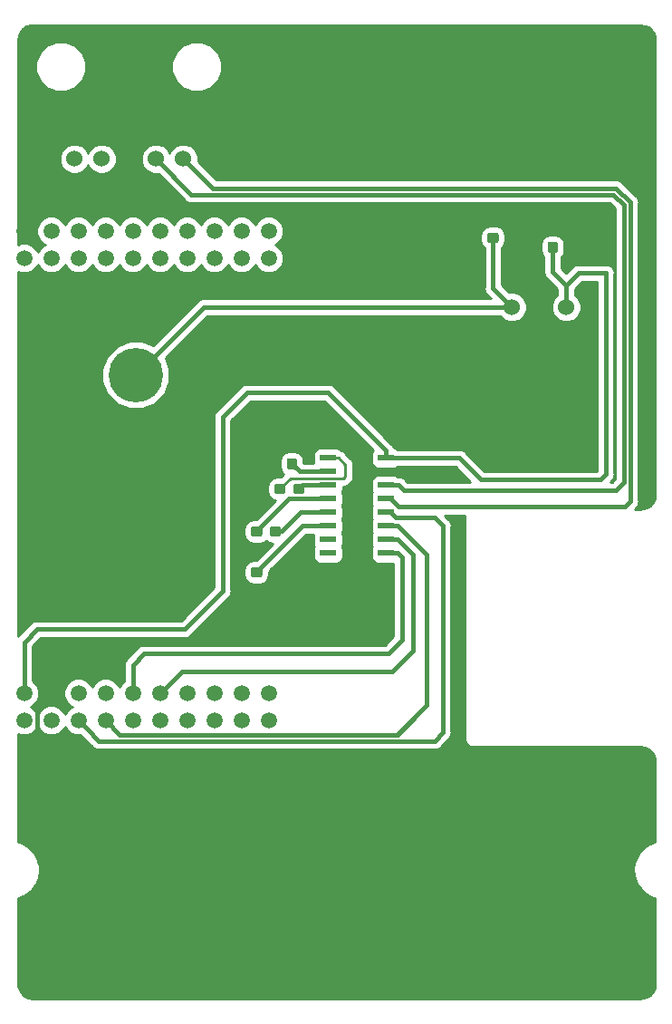
<source format=gbr>
G04 #@! TF.GenerationSoftware,KiCad,Pcbnew,(5.0.0)*
G04 #@! TF.CreationDate,2018-10-11T10:24:37-05:00*
G04 #@! TF.ProjectId,DriveBoard_Hardware,4472697665426F6172645F4861726477,rev?*
G04 #@! TF.SameCoordinates,Original*
G04 #@! TF.FileFunction,Copper,L1,Top,Signal*
G04 #@! TF.FilePolarity,Positive*
%FSLAX46Y46*%
G04 Gerber Fmt 4.6, Leading zero omitted, Abs format (unit mm)*
G04 Created by KiCad (PCBNEW (5.0.0)) date 10/11/18 10:24:37*
%MOMM*%
%LPD*%
G01*
G04 APERTURE LIST*
G04 #@! TA.AperFunction,Conductor*
%ADD10C,0.100000*%
G04 #@! TD*
G04 #@! TA.AperFunction,SMDPad,CuDef*
%ADD11C,0.950000*%
G04 #@! TD*
G04 #@! TA.AperFunction,ComponentPad*
%ADD12C,5.080000*%
G04 #@! TD*
G04 #@! TA.AperFunction,ComponentPad*
%ADD13C,1.524000*%
G04 #@! TD*
G04 #@! TA.AperFunction,ComponentPad*
%ADD14C,1.520000*%
G04 #@! TD*
G04 #@! TA.AperFunction,SMDPad,CuDef*
%ADD15R,1.500000X0.600000*%
G04 #@! TD*
G04 #@! TA.AperFunction,Conductor*
%ADD16C,0.381000*%
G04 #@! TD*
G04 #@! TA.AperFunction,Conductor*
%ADD17C,0.254000*%
G04 #@! TD*
G04 #@! TA.AperFunction,Conductor*
%ADD18C,0.250000*%
G04 #@! TD*
G04 APERTURE END LIST*
D10*
G04 #@! TO.N,Net-(C1-Pad1)*
G04 #@! TO.C,C1*
G36*
X99193779Y-93481544D02*
X99216834Y-93484963D01*
X99239443Y-93490627D01*
X99261387Y-93498479D01*
X99282457Y-93508444D01*
X99302448Y-93520426D01*
X99321168Y-93534310D01*
X99338438Y-93549962D01*
X99354090Y-93567232D01*
X99367974Y-93585952D01*
X99379956Y-93605943D01*
X99389921Y-93627013D01*
X99397773Y-93648957D01*
X99403437Y-93671566D01*
X99406856Y-93694621D01*
X99408000Y-93717900D01*
X99408000Y-94292900D01*
X99406856Y-94316179D01*
X99403437Y-94339234D01*
X99397773Y-94361843D01*
X99389921Y-94383787D01*
X99379956Y-94404857D01*
X99367974Y-94424848D01*
X99354090Y-94443568D01*
X99338438Y-94460838D01*
X99321168Y-94476490D01*
X99302448Y-94490374D01*
X99282457Y-94502356D01*
X99261387Y-94512321D01*
X99239443Y-94520173D01*
X99216834Y-94525837D01*
X99193779Y-94529256D01*
X99170500Y-94530400D01*
X98695500Y-94530400D01*
X98672221Y-94529256D01*
X98649166Y-94525837D01*
X98626557Y-94520173D01*
X98604613Y-94512321D01*
X98583543Y-94502356D01*
X98563552Y-94490374D01*
X98544832Y-94476490D01*
X98527562Y-94460838D01*
X98511910Y-94443568D01*
X98498026Y-94424848D01*
X98486044Y-94404857D01*
X98476079Y-94383787D01*
X98468227Y-94361843D01*
X98462563Y-94339234D01*
X98459144Y-94316179D01*
X98458000Y-94292900D01*
X98458000Y-93717900D01*
X98459144Y-93694621D01*
X98462563Y-93671566D01*
X98468227Y-93648957D01*
X98476079Y-93627013D01*
X98486044Y-93605943D01*
X98498026Y-93585952D01*
X98511910Y-93567232D01*
X98527562Y-93549962D01*
X98544832Y-93534310D01*
X98563552Y-93520426D01*
X98583543Y-93508444D01*
X98604613Y-93498479D01*
X98626557Y-93490627D01*
X98649166Y-93484963D01*
X98672221Y-93481544D01*
X98695500Y-93480400D01*
X99170500Y-93480400D01*
X99193779Y-93481544D01*
X99193779Y-93481544D01*
G37*
D11*
G04 #@! TD*
G04 #@! TO.P,C1,1*
G04 #@! TO.N,Net-(C1-Pad1)*
X98933000Y-94005400D03*
D10*
G04 #@! TO.N,GND*
G04 #@! TO.C,C1*
G36*
X99193779Y-91731544D02*
X99216834Y-91734963D01*
X99239443Y-91740627D01*
X99261387Y-91748479D01*
X99282457Y-91758444D01*
X99302448Y-91770426D01*
X99321168Y-91784310D01*
X99338438Y-91799962D01*
X99354090Y-91817232D01*
X99367974Y-91835952D01*
X99379956Y-91855943D01*
X99389921Y-91877013D01*
X99397773Y-91898957D01*
X99403437Y-91921566D01*
X99406856Y-91944621D01*
X99408000Y-91967900D01*
X99408000Y-92542900D01*
X99406856Y-92566179D01*
X99403437Y-92589234D01*
X99397773Y-92611843D01*
X99389921Y-92633787D01*
X99379956Y-92654857D01*
X99367974Y-92674848D01*
X99354090Y-92693568D01*
X99338438Y-92710838D01*
X99321168Y-92726490D01*
X99302448Y-92740374D01*
X99282457Y-92752356D01*
X99261387Y-92762321D01*
X99239443Y-92770173D01*
X99216834Y-92775837D01*
X99193779Y-92779256D01*
X99170500Y-92780400D01*
X98695500Y-92780400D01*
X98672221Y-92779256D01*
X98649166Y-92775837D01*
X98626557Y-92770173D01*
X98604613Y-92762321D01*
X98583543Y-92752356D01*
X98563552Y-92740374D01*
X98544832Y-92726490D01*
X98527562Y-92710838D01*
X98511910Y-92693568D01*
X98498026Y-92674848D01*
X98486044Y-92654857D01*
X98476079Y-92633787D01*
X98468227Y-92611843D01*
X98462563Y-92589234D01*
X98459144Y-92566179D01*
X98458000Y-92542900D01*
X98458000Y-91967900D01*
X98459144Y-91944621D01*
X98462563Y-91921566D01*
X98468227Y-91898957D01*
X98476079Y-91877013D01*
X98486044Y-91855943D01*
X98498026Y-91835952D01*
X98511910Y-91817232D01*
X98527562Y-91799962D01*
X98544832Y-91784310D01*
X98563552Y-91770426D01*
X98583543Y-91758444D01*
X98604613Y-91748479D01*
X98626557Y-91740627D01*
X98649166Y-91734963D01*
X98672221Y-91731544D01*
X98695500Y-91730400D01*
X99170500Y-91730400D01*
X99193779Y-91731544D01*
X99193779Y-91731544D01*
G37*
D11*
G04 #@! TD*
G04 #@! TO.P,C1,2*
G04 #@! TO.N,GND*
X98933000Y-92255400D03*
D10*
G04 #@! TO.N,GND*
G04 #@! TO.C,C2*
G36*
X97705779Y-103666144D02*
X97728834Y-103669563D01*
X97751443Y-103675227D01*
X97773387Y-103683079D01*
X97794457Y-103693044D01*
X97814448Y-103705026D01*
X97833168Y-103718910D01*
X97850438Y-103734562D01*
X97866090Y-103751832D01*
X97879974Y-103770552D01*
X97891956Y-103790543D01*
X97901921Y-103811613D01*
X97909773Y-103833557D01*
X97915437Y-103856166D01*
X97918856Y-103879221D01*
X97920000Y-103902500D01*
X97920000Y-104377500D01*
X97918856Y-104400779D01*
X97915437Y-104423834D01*
X97909773Y-104446443D01*
X97901921Y-104468387D01*
X97891956Y-104489457D01*
X97879974Y-104509448D01*
X97866090Y-104528168D01*
X97850438Y-104545438D01*
X97833168Y-104561090D01*
X97814448Y-104574974D01*
X97794457Y-104586956D01*
X97773387Y-104596921D01*
X97751443Y-104604773D01*
X97728834Y-104610437D01*
X97705779Y-104613856D01*
X97682500Y-104615000D01*
X97107500Y-104615000D01*
X97084221Y-104613856D01*
X97061166Y-104610437D01*
X97038557Y-104604773D01*
X97016613Y-104596921D01*
X96995543Y-104586956D01*
X96975552Y-104574974D01*
X96956832Y-104561090D01*
X96939562Y-104545438D01*
X96923910Y-104528168D01*
X96910026Y-104509448D01*
X96898044Y-104489457D01*
X96888079Y-104468387D01*
X96880227Y-104446443D01*
X96874563Y-104423834D01*
X96871144Y-104400779D01*
X96870000Y-104377500D01*
X96870000Y-103902500D01*
X96871144Y-103879221D01*
X96874563Y-103856166D01*
X96880227Y-103833557D01*
X96888079Y-103811613D01*
X96898044Y-103790543D01*
X96910026Y-103770552D01*
X96923910Y-103751832D01*
X96939562Y-103734562D01*
X96956832Y-103718910D01*
X96975552Y-103705026D01*
X96995543Y-103693044D01*
X97016613Y-103683079D01*
X97038557Y-103675227D01*
X97061166Y-103669563D01*
X97084221Y-103666144D01*
X97107500Y-103665000D01*
X97682500Y-103665000D01*
X97705779Y-103666144D01*
X97705779Y-103666144D01*
G37*
D11*
G04 #@! TD*
G04 #@! TO.P,C2,2*
G04 #@! TO.N,GND*
X97395000Y-104140000D03*
D10*
G04 #@! TO.N,Net-(C2-Pad1)*
G04 #@! TO.C,C2*
G36*
X95955779Y-103666144D02*
X95978834Y-103669563D01*
X96001443Y-103675227D01*
X96023387Y-103683079D01*
X96044457Y-103693044D01*
X96064448Y-103705026D01*
X96083168Y-103718910D01*
X96100438Y-103734562D01*
X96116090Y-103751832D01*
X96129974Y-103770552D01*
X96141956Y-103790543D01*
X96151921Y-103811613D01*
X96159773Y-103833557D01*
X96165437Y-103856166D01*
X96168856Y-103879221D01*
X96170000Y-103902500D01*
X96170000Y-104377500D01*
X96168856Y-104400779D01*
X96165437Y-104423834D01*
X96159773Y-104446443D01*
X96151921Y-104468387D01*
X96141956Y-104489457D01*
X96129974Y-104509448D01*
X96116090Y-104528168D01*
X96100438Y-104545438D01*
X96083168Y-104561090D01*
X96064448Y-104574974D01*
X96044457Y-104586956D01*
X96023387Y-104596921D01*
X96001443Y-104604773D01*
X95978834Y-104610437D01*
X95955779Y-104613856D01*
X95932500Y-104615000D01*
X95357500Y-104615000D01*
X95334221Y-104613856D01*
X95311166Y-104610437D01*
X95288557Y-104604773D01*
X95266613Y-104596921D01*
X95245543Y-104586956D01*
X95225552Y-104574974D01*
X95206832Y-104561090D01*
X95189562Y-104545438D01*
X95173910Y-104528168D01*
X95160026Y-104509448D01*
X95148044Y-104489457D01*
X95138079Y-104468387D01*
X95130227Y-104446443D01*
X95124563Y-104423834D01*
X95121144Y-104400779D01*
X95120000Y-104377500D01*
X95120000Y-103902500D01*
X95121144Y-103879221D01*
X95124563Y-103856166D01*
X95130227Y-103833557D01*
X95138079Y-103811613D01*
X95148044Y-103790543D01*
X95160026Y-103770552D01*
X95173910Y-103751832D01*
X95189562Y-103734562D01*
X95206832Y-103718910D01*
X95225552Y-103705026D01*
X95245543Y-103693044D01*
X95266613Y-103683079D01*
X95288557Y-103675227D01*
X95311166Y-103669563D01*
X95334221Y-103666144D01*
X95357500Y-103665000D01*
X95932500Y-103665000D01*
X95955779Y-103666144D01*
X95955779Y-103666144D01*
G37*
D11*
G04 #@! TD*
G04 #@! TO.P,C2,1*
G04 #@! TO.N,Net-(C2-Pad1)*
X95645000Y-104140000D03*
D10*
G04 #@! TO.N,/+12V*
G04 #@! TO.C,C3*
G36*
X118053779Y-72424144D02*
X118076834Y-72427563D01*
X118099443Y-72433227D01*
X118121387Y-72441079D01*
X118142457Y-72451044D01*
X118162448Y-72463026D01*
X118181168Y-72476910D01*
X118198438Y-72492562D01*
X118214090Y-72509832D01*
X118227974Y-72528552D01*
X118239956Y-72548543D01*
X118249921Y-72569613D01*
X118257773Y-72591557D01*
X118263437Y-72614166D01*
X118266856Y-72637221D01*
X118268000Y-72660500D01*
X118268000Y-73135500D01*
X118266856Y-73158779D01*
X118263437Y-73181834D01*
X118257773Y-73204443D01*
X118249921Y-73226387D01*
X118239956Y-73247457D01*
X118227974Y-73267448D01*
X118214090Y-73286168D01*
X118198438Y-73303438D01*
X118181168Y-73319090D01*
X118162448Y-73332974D01*
X118142457Y-73344956D01*
X118121387Y-73354921D01*
X118099443Y-73362773D01*
X118076834Y-73368437D01*
X118053779Y-73371856D01*
X118030500Y-73373000D01*
X117455500Y-73373000D01*
X117432221Y-73371856D01*
X117409166Y-73368437D01*
X117386557Y-73362773D01*
X117364613Y-73354921D01*
X117343543Y-73344956D01*
X117323552Y-73332974D01*
X117304832Y-73319090D01*
X117287562Y-73303438D01*
X117271910Y-73286168D01*
X117258026Y-73267448D01*
X117246044Y-73247457D01*
X117236079Y-73226387D01*
X117228227Y-73204443D01*
X117222563Y-73181834D01*
X117219144Y-73158779D01*
X117218000Y-73135500D01*
X117218000Y-72660500D01*
X117219144Y-72637221D01*
X117222563Y-72614166D01*
X117228227Y-72591557D01*
X117236079Y-72569613D01*
X117246044Y-72548543D01*
X117258026Y-72528552D01*
X117271910Y-72509832D01*
X117287562Y-72492562D01*
X117304832Y-72476910D01*
X117323552Y-72463026D01*
X117343543Y-72451044D01*
X117364613Y-72441079D01*
X117386557Y-72433227D01*
X117409166Y-72427563D01*
X117432221Y-72424144D01*
X117455500Y-72423000D01*
X118030500Y-72423000D01*
X118053779Y-72424144D01*
X118053779Y-72424144D01*
G37*
D11*
G04 #@! TD*
G04 #@! TO.P,C3,1*
G04 #@! TO.N,/+12V*
X117743000Y-72898000D03*
D10*
G04 #@! TO.N,GND*
G04 #@! TO.C,C3*
G36*
X119803779Y-72424144D02*
X119826834Y-72427563D01*
X119849443Y-72433227D01*
X119871387Y-72441079D01*
X119892457Y-72451044D01*
X119912448Y-72463026D01*
X119931168Y-72476910D01*
X119948438Y-72492562D01*
X119964090Y-72509832D01*
X119977974Y-72528552D01*
X119989956Y-72548543D01*
X119999921Y-72569613D01*
X120007773Y-72591557D01*
X120013437Y-72614166D01*
X120016856Y-72637221D01*
X120018000Y-72660500D01*
X120018000Y-73135500D01*
X120016856Y-73158779D01*
X120013437Y-73181834D01*
X120007773Y-73204443D01*
X119999921Y-73226387D01*
X119989956Y-73247457D01*
X119977974Y-73267448D01*
X119964090Y-73286168D01*
X119948438Y-73303438D01*
X119931168Y-73319090D01*
X119912448Y-73332974D01*
X119892457Y-73344956D01*
X119871387Y-73354921D01*
X119849443Y-73362773D01*
X119826834Y-73368437D01*
X119803779Y-73371856D01*
X119780500Y-73373000D01*
X119205500Y-73373000D01*
X119182221Y-73371856D01*
X119159166Y-73368437D01*
X119136557Y-73362773D01*
X119114613Y-73354921D01*
X119093543Y-73344956D01*
X119073552Y-73332974D01*
X119054832Y-73319090D01*
X119037562Y-73303438D01*
X119021910Y-73286168D01*
X119008026Y-73267448D01*
X118996044Y-73247457D01*
X118986079Y-73226387D01*
X118978227Y-73204443D01*
X118972563Y-73181834D01*
X118969144Y-73158779D01*
X118968000Y-73135500D01*
X118968000Y-72660500D01*
X118969144Y-72637221D01*
X118972563Y-72614166D01*
X118978227Y-72591557D01*
X118986079Y-72569613D01*
X118996044Y-72548543D01*
X119008026Y-72528552D01*
X119021910Y-72509832D01*
X119037562Y-72492562D01*
X119054832Y-72476910D01*
X119073552Y-72463026D01*
X119093543Y-72451044D01*
X119114613Y-72441079D01*
X119136557Y-72433227D01*
X119159166Y-72427563D01*
X119182221Y-72424144D01*
X119205500Y-72423000D01*
X119780500Y-72423000D01*
X119803779Y-72424144D01*
X119803779Y-72424144D01*
G37*
D11*
G04 #@! TD*
G04 #@! TO.P,C3,2*
G04 #@! TO.N,GND*
X119493000Y-72898000D03*
D10*
G04 #@! TO.N,Net-(C4-Pad1)*
G04 #@! TO.C,C4*
G36*
X98154179Y-95868344D02*
X98177234Y-95871763D01*
X98199843Y-95877427D01*
X98221787Y-95885279D01*
X98242857Y-95895244D01*
X98262848Y-95907226D01*
X98281568Y-95921110D01*
X98298838Y-95936762D01*
X98314490Y-95954032D01*
X98328374Y-95972752D01*
X98340356Y-95992743D01*
X98350321Y-96013813D01*
X98358173Y-96035757D01*
X98363837Y-96058366D01*
X98367256Y-96081421D01*
X98368400Y-96104700D01*
X98368400Y-96579700D01*
X98367256Y-96602979D01*
X98363837Y-96626034D01*
X98358173Y-96648643D01*
X98350321Y-96670587D01*
X98340356Y-96691657D01*
X98328374Y-96711648D01*
X98314490Y-96730368D01*
X98298838Y-96747638D01*
X98281568Y-96763290D01*
X98262848Y-96777174D01*
X98242857Y-96789156D01*
X98221787Y-96799121D01*
X98199843Y-96806973D01*
X98177234Y-96812637D01*
X98154179Y-96816056D01*
X98130900Y-96817200D01*
X97555900Y-96817200D01*
X97532621Y-96816056D01*
X97509566Y-96812637D01*
X97486957Y-96806973D01*
X97465013Y-96799121D01*
X97443943Y-96789156D01*
X97423952Y-96777174D01*
X97405232Y-96763290D01*
X97387962Y-96747638D01*
X97372310Y-96730368D01*
X97358426Y-96711648D01*
X97346444Y-96691657D01*
X97336479Y-96670587D01*
X97328627Y-96648643D01*
X97322963Y-96626034D01*
X97319544Y-96602979D01*
X97318400Y-96579700D01*
X97318400Y-96104700D01*
X97319544Y-96081421D01*
X97322963Y-96058366D01*
X97328627Y-96035757D01*
X97336479Y-96013813D01*
X97346444Y-95992743D01*
X97358426Y-95972752D01*
X97372310Y-95954032D01*
X97387962Y-95936762D01*
X97405232Y-95921110D01*
X97423952Y-95907226D01*
X97443943Y-95895244D01*
X97465013Y-95885279D01*
X97486957Y-95877427D01*
X97509566Y-95871763D01*
X97532621Y-95868344D01*
X97555900Y-95867200D01*
X98130900Y-95867200D01*
X98154179Y-95868344D01*
X98154179Y-95868344D01*
G37*
D11*
G04 #@! TD*
G04 #@! TO.P,C4,1*
G04 #@! TO.N,Net-(C4-Pad1)*
X97843400Y-96342200D03*
D10*
G04 #@! TO.N,Net-(C4-Pad2)*
G04 #@! TO.C,C4*
G36*
X99904179Y-95868344D02*
X99927234Y-95871763D01*
X99949843Y-95877427D01*
X99971787Y-95885279D01*
X99992857Y-95895244D01*
X100012848Y-95907226D01*
X100031568Y-95921110D01*
X100048838Y-95936762D01*
X100064490Y-95954032D01*
X100078374Y-95972752D01*
X100090356Y-95992743D01*
X100100321Y-96013813D01*
X100108173Y-96035757D01*
X100113837Y-96058366D01*
X100117256Y-96081421D01*
X100118400Y-96104700D01*
X100118400Y-96579700D01*
X100117256Y-96602979D01*
X100113837Y-96626034D01*
X100108173Y-96648643D01*
X100100321Y-96670587D01*
X100090356Y-96691657D01*
X100078374Y-96711648D01*
X100064490Y-96730368D01*
X100048838Y-96747638D01*
X100031568Y-96763290D01*
X100012848Y-96777174D01*
X99992857Y-96789156D01*
X99971787Y-96799121D01*
X99949843Y-96806973D01*
X99927234Y-96812637D01*
X99904179Y-96816056D01*
X99880900Y-96817200D01*
X99305900Y-96817200D01*
X99282621Y-96816056D01*
X99259566Y-96812637D01*
X99236957Y-96806973D01*
X99215013Y-96799121D01*
X99193943Y-96789156D01*
X99173952Y-96777174D01*
X99155232Y-96763290D01*
X99137962Y-96747638D01*
X99122310Y-96730368D01*
X99108426Y-96711648D01*
X99096444Y-96691657D01*
X99086479Y-96670587D01*
X99078627Y-96648643D01*
X99072963Y-96626034D01*
X99069544Y-96602979D01*
X99068400Y-96579700D01*
X99068400Y-96104700D01*
X99069544Y-96081421D01*
X99072963Y-96058366D01*
X99078627Y-96035757D01*
X99086479Y-96013813D01*
X99096444Y-95992743D01*
X99108426Y-95972752D01*
X99122310Y-95954032D01*
X99137962Y-95936762D01*
X99155232Y-95921110D01*
X99173952Y-95907226D01*
X99193943Y-95895244D01*
X99215013Y-95885279D01*
X99236957Y-95877427D01*
X99259566Y-95871763D01*
X99282621Y-95868344D01*
X99305900Y-95867200D01*
X99880900Y-95867200D01*
X99904179Y-95868344D01*
X99904179Y-95868344D01*
G37*
D11*
G04 #@! TD*
G04 #@! TO.P,C4,2*
G04 #@! TO.N,Net-(C4-Pad2)*
X99593400Y-96342200D03*
D10*
G04 #@! TO.N,Net-(C5-Pad2)*
G04 #@! TO.C,C5*
G36*
X97705779Y-99856144D02*
X97728834Y-99859563D01*
X97751443Y-99865227D01*
X97773387Y-99873079D01*
X97794457Y-99883044D01*
X97814448Y-99895026D01*
X97833168Y-99908910D01*
X97850438Y-99924562D01*
X97866090Y-99941832D01*
X97879974Y-99960552D01*
X97891956Y-99980543D01*
X97901921Y-100001613D01*
X97909773Y-100023557D01*
X97915437Y-100046166D01*
X97918856Y-100069221D01*
X97920000Y-100092500D01*
X97920000Y-100567500D01*
X97918856Y-100590779D01*
X97915437Y-100613834D01*
X97909773Y-100636443D01*
X97901921Y-100658387D01*
X97891956Y-100679457D01*
X97879974Y-100699448D01*
X97866090Y-100718168D01*
X97850438Y-100735438D01*
X97833168Y-100751090D01*
X97814448Y-100764974D01*
X97794457Y-100776956D01*
X97773387Y-100786921D01*
X97751443Y-100794773D01*
X97728834Y-100800437D01*
X97705779Y-100803856D01*
X97682500Y-100805000D01*
X97107500Y-100805000D01*
X97084221Y-100803856D01*
X97061166Y-100800437D01*
X97038557Y-100794773D01*
X97016613Y-100786921D01*
X96995543Y-100776956D01*
X96975552Y-100764974D01*
X96956832Y-100751090D01*
X96939562Y-100735438D01*
X96923910Y-100718168D01*
X96910026Y-100699448D01*
X96898044Y-100679457D01*
X96888079Y-100658387D01*
X96880227Y-100636443D01*
X96874563Y-100613834D01*
X96871144Y-100590779D01*
X96870000Y-100567500D01*
X96870000Y-100092500D01*
X96871144Y-100069221D01*
X96874563Y-100046166D01*
X96880227Y-100023557D01*
X96888079Y-100001613D01*
X96898044Y-99980543D01*
X96910026Y-99960552D01*
X96923910Y-99941832D01*
X96939562Y-99924562D01*
X96956832Y-99908910D01*
X96975552Y-99895026D01*
X96995543Y-99883044D01*
X97016613Y-99873079D01*
X97038557Y-99865227D01*
X97061166Y-99859563D01*
X97084221Y-99856144D01*
X97107500Y-99855000D01*
X97682500Y-99855000D01*
X97705779Y-99856144D01*
X97705779Y-99856144D01*
G37*
D11*
G04 #@! TD*
G04 #@! TO.P,C5,2*
G04 #@! TO.N,Net-(C5-Pad2)*
X97395000Y-100330000D03*
D10*
G04 #@! TO.N,Net-(C5-Pad1)*
G04 #@! TO.C,C5*
G36*
X95955779Y-99856144D02*
X95978834Y-99859563D01*
X96001443Y-99865227D01*
X96023387Y-99873079D01*
X96044457Y-99883044D01*
X96064448Y-99895026D01*
X96083168Y-99908910D01*
X96100438Y-99924562D01*
X96116090Y-99941832D01*
X96129974Y-99960552D01*
X96141956Y-99980543D01*
X96151921Y-100001613D01*
X96159773Y-100023557D01*
X96165437Y-100046166D01*
X96168856Y-100069221D01*
X96170000Y-100092500D01*
X96170000Y-100567500D01*
X96168856Y-100590779D01*
X96165437Y-100613834D01*
X96159773Y-100636443D01*
X96151921Y-100658387D01*
X96141956Y-100679457D01*
X96129974Y-100699448D01*
X96116090Y-100718168D01*
X96100438Y-100735438D01*
X96083168Y-100751090D01*
X96064448Y-100764974D01*
X96044457Y-100776956D01*
X96023387Y-100786921D01*
X96001443Y-100794773D01*
X95978834Y-100800437D01*
X95955779Y-100803856D01*
X95932500Y-100805000D01*
X95357500Y-100805000D01*
X95334221Y-100803856D01*
X95311166Y-100800437D01*
X95288557Y-100794773D01*
X95266613Y-100786921D01*
X95245543Y-100776956D01*
X95225552Y-100764974D01*
X95206832Y-100751090D01*
X95189562Y-100735438D01*
X95173910Y-100718168D01*
X95160026Y-100699448D01*
X95148044Y-100679457D01*
X95138079Y-100658387D01*
X95130227Y-100636443D01*
X95124563Y-100613834D01*
X95121144Y-100590779D01*
X95120000Y-100567500D01*
X95120000Y-100092500D01*
X95121144Y-100069221D01*
X95124563Y-100046166D01*
X95130227Y-100023557D01*
X95138079Y-100001613D01*
X95148044Y-99980543D01*
X95160026Y-99960552D01*
X95173910Y-99941832D01*
X95189562Y-99924562D01*
X95206832Y-99908910D01*
X95225552Y-99895026D01*
X95245543Y-99883044D01*
X95266613Y-99873079D01*
X95288557Y-99865227D01*
X95311166Y-99859563D01*
X95334221Y-99856144D01*
X95357500Y-99855000D01*
X95932500Y-99855000D01*
X95955779Y-99856144D01*
X95955779Y-99856144D01*
G37*
D11*
G04 #@! TD*
G04 #@! TO.P,C5,1*
G04 #@! TO.N,Net-(C5-Pad1)*
X95645000Y-100330000D03*
D10*
G04 #@! TO.N,GND*
G04 #@! TO.C,C6*
G36*
X123577779Y-71499144D02*
X123600834Y-71502563D01*
X123623443Y-71508227D01*
X123645387Y-71516079D01*
X123666457Y-71526044D01*
X123686448Y-71538026D01*
X123705168Y-71551910D01*
X123722438Y-71567562D01*
X123738090Y-71584832D01*
X123751974Y-71603552D01*
X123763956Y-71623543D01*
X123773921Y-71644613D01*
X123781773Y-71666557D01*
X123787437Y-71689166D01*
X123790856Y-71712221D01*
X123792000Y-71735500D01*
X123792000Y-72310500D01*
X123790856Y-72333779D01*
X123787437Y-72356834D01*
X123781773Y-72379443D01*
X123773921Y-72401387D01*
X123763956Y-72422457D01*
X123751974Y-72442448D01*
X123738090Y-72461168D01*
X123722438Y-72478438D01*
X123705168Y-72494090D01*
X123686448Y-72507974D01*
X123666457Y-72519956D01*
X123645387Y-72529921D01*
X123623443Y-72537773D01*
X123600834Y-72543437D01*
X123577779Y-72546856D01*
X123554500Y-72548000D01*
X123079500Y-72548000D01*
X123056221Y-72546856D01*
X123033166Y-72543437D01*
X123010557Y-72537773D01*
X122988613Y-72529921D01*
X122967543Y-72519956D01*
X122947552Y-72507974D01*
X122928832Y-72494090D01*
X122911562Y-72478438D01*
X122895910Y-72461168D01*
X122882026Y-72442448D01*
X122870044Y-72422457D01*
X122860079Y-72401387D01*
X122852227Y-72379443D01*
X122846563Y-72356834D01*
X122843144Y-72333779D01*
X122842000Y-72310500D01*
X122842000Y-71735500D01*
X122843144Y-71712221D01*
X122846563Y-71689166D01*
X122852227Y-71666557D01*
X122860079Y-71644613D01*
X122870044Y-71623543D01*
X122882026Y-71603552D01*
X122895910Y-71584832D01*
X122911562Y-71567562D01*
X122928832Y-71551910D01*
X122947552Y-71538026D01*
X122967543Y-71526044D01*
X122988613Y-71516079D01*
X123010557Y-71508227D01*
X123033166Y-71502563D01*
X123056221Y-71499144D01*
X123079500Y-71498000D01*
X123554500Y-71498000D01*
X123577779Y-71499144D01*
X123577779Y-71499144D01*
G37*
D11*
G04 #@! TD*
G04 #@! TO.P,C6,2*
G04 #@! TO.N,GND*
X123317000Y-72023000D03*
D10*
G04 #@! TO.N,+5V*
G04 #@! TO.C,C6*
G36*
X123577779Y-73249144D02*
X123600834Y-73252563D01*
X123623443Y-73258227D01*
X123645387Y-73266079D01*
X123666457Y-73276044D01*
X123686448Y-73288026D01*
X123705168Y-73301910D01*
X123722438Y-73317562D01*
X123738090Y-73334832D01*
X123751974Y-73353552D01*
X123763956Y-73373543D01*
X123773921Y-73394613D01*
X123781773Y-73416557D01*
X123787437Y-73439166D01*
X123790856Y-73462221D01*
X123792000Y-73485500D01*
X123792000Y-74060500D01*
X123790856Y-74083779D01*
X123787437Y-74106834D01*
X123781773Y-74129443D01*
X123773921Y-74151387D01*
X123763956Y-74172457D01*
X123751974Y-74192448D01*
X123738090Y-74211168D01*
X123722438Y-74228438D01*
X123705168Y-74244090D01*
X123686448Y-74257974D01*
X123666457Y-74269956D01*
X123645387Y-74279921D01*
X123623443Y-74287773D01*
X123600834Y-74293437D01*
X123577779Y-74296856D01*
X123554500Y-74298000D01*
X123079500Y-74298000D01*
X123056221Y-74296856D01*
X123033166Y-74293437D01*
X123010557Y-74287773D01*
X122988613Y-74279921D01*
X122967543Y-74269956D01*
X122947552Y-74257974D01*
X122928832Y-74244090D01*
X122911562Y-74228438D01*
X122895910Y-74211168D01*
X122882026Y-74192448D01*
X122870044Y-74172457D01*
X122860079Y-74151387D01*
X122852227Y-74129443D01*
X122846563Y-74106834D01*
X122843144Y-74083779D01*
X122842000Y-74060500D01*
X122842000Y-73485500D01*
X122843144Y-73462221D01*
X122846563Y-73439166D01*
X122852227Y-73416557D01*
X122860079Y-73394613D01*
X122870044Y-73373543D01*
X122882026Y-73353552D01*
X122895910Y-73334832D01*
X122911562Y-73317562D01*
X122928832Y-73301910D01*
X122947552Y-73288026D01*
X122967543Y-73276044D01*
X122988613Y-73266079D01*
X123010557Y-73258227D01*
X123033166Y-73252563D01*
X123056221Y-73249144D01*
X123079500Y-73248000D01*
X123554500Y-73248000D01*
X123577779Y-73249144D01*
X123577779Y-73249144D01*
G37*
D11*
G04 #@! TD*
G04 #@! TO.P,C6,1*
G04 #@! TO.N,+5V*
X123317000Y-73773000D03*
D12*
G04 #@! TO.P,Conn1,1*
G04 #@! TO.N,GND*
X84353400Y-93727000D03*
G04 #@! TO.P,Conn1,2*
G04 #@! TO.N,/+12V*
X84353400Y-85726000D03*
G04 #@! TD*
D13*
G04 #@! TO.P,Conn2,1*
G04 #@! TO.N,Net-(Conn2-Pad1)*
X78613000Y-65532000D03*
G04 #@! TO.P,Conn2,2*
G04 #@! TO.N,Net-(Conn2-Pad2)*
X81153000Y-65532000D03*
G04 #@! TO.P,Conn2,3*
G04 #@! TO.N,GND*
X83693000Y-65532000D03*
G04 #@! TO.P,Conn2,4*
G04 #@! TO.N,TX_1_SL*
X86233000Y-65532000D03*
G04 #@! TO.P,Conn2,5*
G04 #@! TO.N,RX_1_SL*
X88773000Y-65532000D03*
G04 #@! TD*
D14*
G04 #@! TO.P,U1,+3V3*
G04 #@! TO.N,Net-(U1-Pad+3V3)*
X73914000Y-117983000D03*
G04 #@! TO.P,U1,PM6*
G04 #@! TO.N,Net-(U1-PadPM6)*
X96774000Y-72263000D03*
G04 #@! TO.P,U1,PQ1*
G04 #@! TO.N,Net-(U1-PadPQ1)*
X94234000Y-72263000D03*
G04 #@! TO.P,U1,PQ2*
G04 #@! TO.N,Net-(U1-PadPQ2)*
X86614000Y-72263000D03*
G04 #@! TO.P,U1,PK0*
G04 #@! TO.N,RX_2_IC*
X84074000Y-115443000D03*
G04 #@! TO.P,U1,PQ3*
G04 #@! TO.N,Net-(U1-PadPQ3)*
X89154000Y-72263000D03*
G04 #@! TO.P,U1,PP3*
G04 #@! TO.N,Net-(U1-PadPP3)*
X91694000Y-72263000D03*
G04 #@! TO.P,U1,PQ0*
G04 #@! TO.N,Net-(U1-PadPQ0)*
X89154000Y-117983000D03*
G04 #@! TO.P,U1,PA4*
G04 #@! TO.N,Net-(U1-PadPA4)*
X94234000Y-115443000D03*
G04 #@! TO.P,U1,Rese*
G04 #@! TO.N,Net-(U1-PadRese)*
X84074000Y-72263000D03*
G04 #@! TO.P,U1,PA7*
G04 #@! TO.N,Net-(U1-PadPA7)*
X81534000Y-72263000D03*
G04 #@! TO.P,U1,PN5*
G04 #@! TO.N,Net-(U1-PadPN5)*
X94234000Y-117983000D03*
G04 #@! TO.P,U1,PK2*
G04 #@! TO.N,Net-(U1-PadPK2)*
X89154000Y-115443000D03*
G04 #@! TO.P,U1,PK1*
G04 #@! TO.N,TX_2_IC*
X86614000Y-115443000D03*
G04 #@! TO.P,U1,+5V*
G04 #@! TO.N,+5V*
X73914000Y-115443000D03*
G04 #@! TO.P,U1,GND*
G04 #@! TO.N,GND*
X76454000Y-115443000D03*
G04 #@! TO.P,U1,PB4*
G04 #@! TO.N,Net-(U1-PadPB4)*
X78994000Y-115443000D03*
G04 #@! TO.P,U1,PB5*
G04 #@! TO.N,Net-(U1-PadPB5)*
X81534000Y-115443000D03*
G04 #@! TO.P,U1,PK3*
G04 #@! TO.N,Net-(U1-PadPK3)*
X91694000Y-115443000D03*
G04 #@! TO.P,U1,PA5*
G04 #@! TO.N,Net-(U1-PadPA5)*
X96774000Y-115443000D03*
G04 #@! TO.P,U1,PD2*
G04 #@! TO.N,Net-(U1-PadPD2)*
X76454000Y-117983000D03*
G04 #@! TO.P,U1,PP0*
G04 #@! TO.N,RX_1_IC*
X78994000Y-117983000D03*
G04 #@! TO.P,U1,PP1*
G04 #@! TO.N,TX_1_IC*
X81534000Y-117983000D03*
G04 #@! TO.P,U1,PD4*
G04 #@! TO.N,Net-(U1-PadPD4)*
X84074000Y-117983000D03*
G04 #@! TO.P,U1,PD5*
G04 #@! TO.N,Net-(U1-PadPD5)*
X86614000Y-117983000D03*
G04 #@! TO.P,U1,PP4*
G04 #@! TO.N,Net-(U1-PadPP4)*
X91694000Y-117983000D03*
G04 #@! TO.P,U1,PN4*
G04 #@! TO.N,Net-(U1-PadPN4)*
X96774000Y-117983000D03*
G04 #@! TO.P,U1,PG1*
G04 #@! TO.N,Net-(U1-PadPG1)*
X73914000Y-74803000D03*
G04 #@! TO.P,U1,PK4*
G04 #@! TO.N,Net-(U1-PadPK4)*
X76454000Y-74803000D03*
G04 #@! TO.P,U1,PK5*
G04 #@! TO.N,Net-(U1-PadPK5)*
X78994000Y-74803000D03*
G04 #@! TO.P,U1,PM0*
G04 #@! TO.N,Net-(U1-PadPM0)*
X81534000Y-74803000D03*
G04 #@! TO.P,U1,PM1*
G04 #@! TO.N,Net-(U1-PadPM1)*
X84074000Y-74803000D03*
G04 #@! TO.P,U1,PM2*
G04 #@! TO.N,Net-(U1-PadPM2)*
X86614000Y-74803000D03*
G04 #@! TO.P,U1,PH0*
G04 #@! TO.N,Net-(U1-PadPH0)*
X89154000Y-74803000D03*
G04 #@! TO.P,U1,PH1*
G04 #@! TO.N,Net-(U1-PadPH1)*
X91694000Y-74803000D03*
G04 #@! TO.P,U1,PK6*
G04 #@! TO.N,Net-(U1-PadPK6)*
X94234000Y-74803000D03*
G04 #@! TO.P,U1,PK7*
G04 #@! TO.N,Net-(U1-PadPK7)*
X96774000Y-74803000D03*
G04 #@! TO.P,U1,GND*
G04 #@! TO.N,GND*
X73914000Y-72263000D03*
G04 #@! TO.P,U1,PM7*
G04 #@! TO.N,Net-(U1-PadPM7)*
X76454000Y-72263000D03*
G04 #@! TO.P,U1,PP5*
G04 #@! TO.N,Net-(U1-PadPP5)*
X78994000Y-72263000D03*
G04 #@! TD*
D15*
G04 #@! TO.P,U2,1*
G04 #@! TO.N,Net-(C4-Pad1)*
X102329000Y-93472000D03*
G04 #@! TO.P,U2,2*
G04 #@! TO.N,Net-(C1-Pad1)*
X102329000Y-94742000D03*
G04 #@! TO.P,U2,3*
G04 #@! TO.N,Net-(C4-Pad2)*
X102329000Y-96012000D03*
G04 #@! TO.P,U2,4*
G04 #@! TO.N,Net-(C5-Pad1)*
X102329000Y-97282000D03*
G04 #@! TO.P,U2,5*
G04 #@! TO.N,Net-(C5-Pad2)*
X102329000Y-98552000D03*
G04 #@! TO.P,U2,6*
G04 #@! TO.N,Net-(C2-Pad1)*
X102329000Y-99822000D03*
G04 #@! TO.P,U2,7*
G04 #@! TO.N,TX_2_SL*
X102329000Y-101092000D03*
G04 #@! TO.P,U2,8*
G04 #@! TO.N,RX_2_SL*
X102329000Y-102362000D03*
G04 #@! TO.P,U2,9*
G04 #@! TO.N,RX_2_IC*
X107729000Y-102362000D03*
G04 #@! TO.P,U2,10*
G04 #@! TO.N,TX_2_IC*
X107729000Y-101092000D03*
G04 #@! TO.P,U2,11*
G04 #@! TO.N,TX_1_IC*
X107729000Y-99822000D03*
G04 #@! TO.P,U2,12*
G04 #@! TO.N,RX_1_IC*
X107729000Y-98552000D03*
G04 #@! TO.P,U2,13*
G04 #@! TO.N,RX_1_SL*
X107729000Y-97282000D03*
G04 #@! TO.P,U2,14*
G04 #@! TO.N,TX_1_SL*
X107729000Y-96012000D03*
G04 #@! TO.P,U2,15*
G04 #@! TO.N,GND*
X107729000Y-94742000D03*
G04 #@! TO.P,U2,16*
G04 #@! TO.N,+5V*
X107729000Y-93472000D03*
G04 #@! TD*
D13*
G04 #@! TO.P,U3,1*
G04 #@! TO.N,/+12V*
X119507000Y-79375000D03*
G04 #@! TO.P,U3,2*
G04 #@! TO.N,GND*
X122047000Y-79375000D03*
G04 #@! TO.P,U3,3*
G04 #@! TO.N,+5V*
X124587000Y-79375000D03*
G04 #@! TD*
D16*
G04 #@! TO.N,Net-(C1-Pad1)*
X99669600Y-94742000D02*
X98933000Y-94005400D01*
X102329000Y-94742000D02*
X99669600Y-94742000D01*
G04 #@! TO.N,GND*
X119493000Y-72898000D02*
X121412000Y-72898000D01*
X122047000Y-78297370D02*
X122047000Y-79375000D01*
X121412000Y-77662370D02*
X122047000Y-78297370D01*
X121412000Y-72898000D02*
X121412000Y-77662370D01*
X121867000Y-72898000D02*
X121412000Y-72898000D01*
X122742000Y-72023000D02*
X121867000Y-72898000D01*
X123317000Y-72023000D02*
X122742000Y-72023000D01*
X76454000Y-115443000D02*
X75158600Y-116738400D01*
X75158600Y-116738400D02*
X75158600Y-120726200D01*
G04 #@! TO.N,Net-(C2-Pad1)*
X99963000Y-99822000D02*
X95645000Y-104140000D01*
X102329000Y-99822000D02*
X99963000Y-99822000D01*
G04 #@! TO.N,/+12V*
X117743000Y-77611000D02*
X119507000Y-79375000D01*
X90704400Y-79375000D02*
X84353400Y-85726000D01*
X119507000Y-79375000D02*
X90704400Y-79375000D01*
X117743000Y-72898000D02*
X117743000Y-77611000D01*
D17*
G04 #@! TO.N,Net-(C4-Pad1)*
X98816599Y-95369001D02*
X97843400Y-96342200D01*
X103766999Y-95369001D02*
X98816599Y-95369001D01*
X103936800Y-95199200D02*
X103766999Y-95369001D01*
X103936800Y-94075800D02*
X103936800Y-95199200D01*
X102329000Y-93472000D02*
X103333000Y-93472000D01*
X103333000Y-93472000D02*
X103936800Y-94075800D01*
D16*
G04 #@! TO.N,Net-(C4-Pad2)*
X99923600Y-96012000D02*
X99593400Y-96342200D01*
X102329000Y-96012000D02*
X99923600Y-96012000D01*
G04 #@! TO.N,Net-(C5-Pad2)*
X101713000Y-98552000D02*
X102329000Y-98552000D01*
X101198000Y-98552000D02*
X102329000Y-98552000D01*
X99798000Y-98552000D02*
X101198000Y-98552000D01*
X98020000Y-100330000D02*
X99798000Y-98552000D01*
X97395000Y-100330000D02*
X98020000Y-100330000D01*
D18*
G04 #@! TO.N,Net-(C5-Pad1)*
X96144072Y-99830928D02*
X95645000Y-100330000D01*
D16*
X98693000Y-97282000D02*
X95645000Y-100330000D01*
X102329000Y-97282000D02*
X98693000Y-97282000D01*
G04 #@! TO.N,+5V*
X124587000Y-79375000D02*
X124587000Y-77343000D01*
X124587000Y-77343000D02*
X125730000Y-76200000D01*
X125730000Y-76200000D02*
X128270000Y-76200000D01*
D18*
X73914000Y-114368198D02*
X73914000Y-115443000D01*
D16*
X107729000Y-93472000D02*
X114554000Y-93472000D01*
X123317000Y-76073000D02*
X124587000Y-77343000D01*
X123317000Y-74930000D02*
X123317000Y-76073000D01*
X123317000Y-73773000D02*
X123317000Y-74930000D01*
X128270000Y-76200000D02*
X128270000Y-94996000D01*
X116586000Y-95504000D02*
X114554000Y-93472000D01*
X128270000Y-94996000D02*
X127762000Y-95504000D01*
X127762000Y-95504000D02*
X116586000Y-95504000D01*
X102314000Y-87376000D02*
X107729000Y-92791000D01*
X107729000Y-92791000D02*
X107729000Y-93472000D01*
X94742000Y-87376000D02*
X102314000Y-87376000D01*
X73914000Y-115443000D02*
X73914000Y-110693200D01*
X73914000Y-110693200D02*
X75133200Y-109474000D01*
X75133200Y-109474000D02*
X88900000Y-109474000D01*
X88900000Y-109474000D02*
X92456000Y-105918000D01*
X92456000Y-105918000D02*
X92456000Y-89662000D01*
X92456000Y-89662000D02*
X94742000Y-87376000D01*
G04 #@! TO.N,TX_1_SL*
X108179000Y-96012000D02*
X107729000Y-96012000D01*
X86233000Y-65532000D02*
X89557529Y-68856529D01*
X89557529Y-68856529D02*
X128994857Y-68856529D01*
X128994857Y-68856529D02*
X129974990Y-69836662D01*
X129212990Y-96520000D02*
X129974990Y-95758000D01*
X109387354Y-96520000D02*
X129212990Y-96520000D01*
X108879354Y-96012000D02*
X109387354Y-96520000D01*
X107729000Y-96012000D02*
X108879354Y-96012000D01*
X129974990Y-69836662D02*
X129974990Y-95758000D01*
D18*
G04 #@! TO.N,RX_1_SL*
X108729000Y-97832000D02*
X108179000Y-97282000D01*
D16*
X91516519Y-68275519D02*
X88773000Y-65532000D01*
X130556000Y-69596000D02*
X129235519Y-68275519D01*
X129235519Y-68275519D02*
X91516519Y-68275519D01*
X108179000Y-97282000D02*
X107729000Y-97282000D01*
X130048000Y-98044000D02*
X130556000Y-97536000D01*
X108941000Y-98044000D02*
X130048000Y-98044000D01*
X108179000Y-97282000D02*
X108941000Y-98044000D01*
X130556000Y-97536000D02*
X130556000Y-69596000D01*
D18*
G04 #@! TO.N,TX_2_SL*
X102779000Y-101092000D02*
X102329000Y-101092000D01*
D16*
G04 #@! TO.N,RX_2_IC*
X108860000Y-102362000D02*
X107729000Y-102362000D01*
X84074000Y-115443000D02*
X84074000Y-112801400D01*
X84074000Y-112801400D02*
X85115400Y-111760000D01*
X107950000Y-111760000D02*
X109220000Y-110490000D01*
X85115400Y-111760000D02*
X107950000Y-111760000D01*
X109220000Y-110490000D02*
X109220000Y-102722000D01*
X109220000Y-102722000D02*
X108860000Y-102362000D01*
G04 #@! TO.N,TX_2_IC*
X108860000Y-101092000D02*
X110236000Y-102468000D01*
X107729000Y-101092000D02*
X108860000Y-101092000D01*
X110236000Y-102468000D02*
X110236000Y-111506000D01*
X108331000Y-113411000D02*
X88646000Y-113411000D01*
X110236000Y-111506000D02*
X108331000Y-113411000D01*
X86614000Y-115443000D02*
X88646000Y-113411000D01*
D18*
G04 #@! TO.N,RX_1_IC*
X110039991Y-119830009D02*
X80841009Y-119830009D01*
X107729000Y-98552000D02*
X108179000Y-98552000D01*
D16*
X108179000Y-98552000D02*
X108687000Y-99060000D01*
X108687000Y-99060000D02*
X112268000Y-99060000D01*
X112268000Y-99060000D02*
X113030000Y-99822000D01*
X113030000Y-99822000D02*
X113030000Y-119126000D01*
X79753999Y-118742999D02*
X78994000Y-117983000D01*
X80906510Y-119895510D02*
X79753999Y-118742999D01*
X112260490Y-119895510D02*
X80906510Y-119895510D01*
X113030000Y-119126000D02*
X112260490Y-119895510D01*
D18*
G04 #@! TO.N,TX_1_IC*
X108729000Y-99822000D02*
X107729000Y-99822000D01*
D16*
X108858021Y-119314499D02*
X110316520Y-117856000D01*
X82865499Y-119314499D02*
X108858021Y-119314499D01*
X81534000Y-117983000D02*
X82865499Y-119314499D01*
D18*
X110316520Y-117936520D02*
X110316520Y-117856000D01*
D16*
X108858021Y-119314499D02*
X108858021Y-119233979D01*
X108858021Y-119233979D02*
X111506000Y-116586000D01*
X108860000Y-99822000D02*
X107729000Y-99822000D01*
X111506000Y-102468000D02*
X108860000Y-99822000D01*
X111506000Y-116586000D02*
X111506000Y-102468000D01*
G04 #@! TD*
D17*
G04 #@! TO.N,GND*
G36*
X115100091Y-98933000D02*
X115114000Y-99002926D01*
X115114001Y-119691069D01*
X115100091Y-119761000D01*
X115155195Y-120038028D01*
X115312119Y-120272881D01*
X115546972Y-120429805D01*
X115754074Y-120471000D01*
X115754075Y-120471000D01*
X115824000Y-120484909D01*
X115893926Y-120471000D01*
X131521419Y-120471000D01*
X131941009Y-120531090D01*
X132280352Y-120685381D01*
X132562752Y-120928712D01*
X132765506Y-121241523D01*
X132879348Y-121622184D01*
X132894001Y-121819363D01*
X132894000Y-129324760D01*
X132548241Y-129428164D01*
X132460769Y-129468582D01*
X132372806Y-129507929D01*
X132365502Y-129512601D01*
X132365498Y-129512603D01*
X132365499Y-129512603D01*
X131882040Y-129825966D01*
X131809447Y-129889293D01*
X131736045Y-129951763D01*
X131730343Y-129958300D01*
X131354266Y-130394759D01*
X131302347Y-130475942D01*
X131249446Y-130556475D01*
X131245808Y-130564350D01*
X131007347Y-131088817D01*
X130980300Y-131181309D01*
X130952129Y-131273452D01*
X130950847Y-131282031D01*
X130869171Y-131852346D01*
X130869171Y-131924766D01*
X130863362Y-131996963D01*
X130863952Y-132005618D01*
X130886272Y-132305966D01*
X130901826Y-132376711D01*
X130911654Y-132448455D01*
X130914088Y-132456781D01*
X131079164Y-133008758D01*
X131119591Y-133096250D01*
X131158930Y-133184194D01*
X131163603Y-133191501D01*
X131476966Y-133674961D01*
X131540328Y-133747594D01*
X131602763Y-133820955D01*
X131609296Y-133826654D01*
X131609300Y-133826658D01*
X131609305Y-133826661D01*
X132045759Y-134202734D01*
X132126942Y-134254653D01*
X132207475Y-134307554D01*
X132215346Y-134311190D01*
X132215349Y-134311192D01*
X132215352Y-134311193D01*
X132739817Y-134549653D01*
X132832309Y-134576700D01*
X132894001Y-134595561D01*
X132894000Y-142570418D01*
X132833910Y-142990009D01*
X132679619Y-143329352D01*
X132436288Y-143611752D01*
X132123479Y-143814506D01*
X131742815Y-143928348D01*
X131545649Y-143943000D01*
X74726581Y-143943000D01*
X74306991Y-143882910D01*
X73967648Y-143728619D01*
X73685248Y-143485288D01*
X73482494Y-143172479D01*
X73368652Y-142791815D01*
X73354000Y-142594649D01*
X73354000Y-134581239D01*
X73699758Y-134477836D01*
X73787250Y-134437409D01*
X73875194Y-134398070D01*
X73882498Y-134393399D01*
X73882502Y-134393397D01*
X74365961Y-134080034D01*
X74438594Y-134016672D01*
X74511955Y-133954237D01*
X74517654Y-133947704D01*
X74517658Y-133947700D01*
X74517661Y-133947695D01*
X74893734Y-133511241D01*
X74945653Y-133430058D01*
X74998554Y-133349525D01*
X75002192Y-133341650D01*
X75240653Y-132817183D01*
X75267700Y-132724691D01*
X75295871Y-132632548D01*
X75297153Y-132623969D01*
X75378829Y-132053653D01*
X75378829Y-131981233D01*
X75384638Y-131909036D01*
X75384048Y-131900382D01*
X75361728Y-131600033D01*
X75346174Y-131529288D01*
X75336346Y-131457544D01*
X75333912Y-131449219D01*
X75168836Y-130897241D01*
X75128418Y-130809769D01*
X75089071Y-130721806D01*
X75084397Y-130714499D01*
X74771034Y-130231040D01*
X74707707Y-130158447D01*
X74645237Y-130085045D01*
X74638700Y-130079343D01*
X74202241Y-129703266D01*
X74121058Y-129651347D01*
X74040525Y-129598446D01*
X74032654Y-129594810D01*
X74032651Y-129594808D01*
X74032648Y-129594807D01*
X73508183Y-129356347D01*
X73415691Y-129329300D01*
X73354000Y-129310439D01*
X73354000Y-119260978D01*
X73636517Y-119378000D01*
X74191483Y-119378000D01*
X74704204Y-119165624D01*
X75096624Y-118773204D01*
X75184000Y-118562260D01*
X75271376Y-118773204D01*
X75663796Y-119165624D01*
X76176517Y-119378000D01*
X76731483Y-119378000D01*
X77244204Y-119165624D01*
X77636624Y-118773204D01*
X77724000Y-118562260D01*
X77811376Y-118773204D01*
X78203796Y-119165624D01*
X78716517Y-119378000D01*
X79221567Y-119378000D01*
X79227772Y-119384205D01*
X79227775Y-119384207D01*
X80265303Y-120421736D01*
X80311358Y-120490662D01*
X80460041Y-120590009D01*
X80584416Y-120673114D01*
X80906510Y-120737182D01*
X80987813Y-120721010D01*
X112179189Y-120721010D01*
X112260490Y-120737182D01*
X112341791Y-120721010D01*
X112341793Y-120721010D01*
X112582584Y-120673114D01*
X112855642Y-120490662D01*
X112901698Y-120421734D01*
X113556228Y-119767206D01*
X113625152Y-119721152D01*
X113681654Y-119636592D01*
X113750556Y-119533472D01*
X113807604Y-119448094D01*
X113855500Y-119207303D01*
X113855500Y-119207299D01*
X113871671Y-119126001D01*
X113855500Y-119044703D01*
X113855500Y-99903303D01*
X113871672Y-99822000D01*
X113807604Y-99499905D01*
X113698407Y-99336482D01*
X113625152Y-99226848D01*
X113556226Y-99180793D01*
X113244933Y-98869500D01*
X115112722Y-98869500D01*
X115100091Y-98933000D01*
X115100091Y-98933000D01*
G37*
X115100091Y-98933000D02*
X115114000Y-99002926D01*
X115114001Y-119691069D01*
X115100091Y-119761000D01*
X115155195Y-120038028D01*
X115312119Y-120272881D01*
X115546972Y-120429805D01*
X115754074Y-120471000D01*
X115754075Y-120471000D01*
X115824000Y-120484909D01*
X115893926Y-120471000D01*
X131521419Y-120471000D01*
X131941009Y-120531090D01*
X132280352Y-120685381D01*
X132562752Y-120928712D01*
X132765506Y-121241523D01*
X132879348Y-121622184D01*
X132894001Y-121819363D01*
X132894000Y-129324760D01*
X132548241Y-129428164D01*
X132460769Y-129468582D01*
X132372806Y-129507929D01*
X132365502Y-129512601D01*
X132365498Y-129512603D01*
X132365499Y-129512603D01*
X131882040Y-129825966D01*
X131809447Y-129889293D01*
X131736045Y-129951763D01*
X131730343Y-129958300D01*
X131354266Y-130394759D01*
X131302347Y-130475942D01*
X131249446Y-130556475D01*
X131245808Y-130564350D01*
X131007347Y-131088817D01*
X130980300Y-131181309D01*
X130952129Y-131273452D01*
X130950847Y-131282031D01*
X130869171Y-131852346D01*
X130869171Y-131924766D01*
X130863362Y-131996963D01*
X130863952Y-132005618D01*
X130886272Y-132305966D01*
X130901826Y-132376711D01*
X130911654Y-132448455D01*
X130914088Y-132456781D01*
X131079164Y-133008758D01*
X131119591Y-133096250D01*
X131158930Y-133184194D01*
X131163603Y-133191501D01*
X131476966Y-133674961D01*
X131540328Y-133747594D01*
X131602763Y-133820955D01*
X131609296Y-133826654D01*
X131609300Y-133826658D01*
X131609305Y-133826661D01*
X132045759Y-134202734D01*
X132126942Y-134254653D01*
X132207475Y-134307554D01*
X132215346Y-134311190D01*
X132215349Y-134311192D01*
X132215352Y-134311193D01*
X132739817Y-134549653D01*
X132832309Y-134576700D01*
X132894001Y-134595561D01*
X132894000Y-142570418D01*
X132833910Y-142990009D01*
X132679619Y-143329352D01*
X132436288Y-143611752D01*
X132123479Y-143814506D01*
X131742815Y-143928348D01*
X131545649Y-143943000D01*
X74726581Y-143943000D01*
X74306991Y-143882910D01*
X73967648Y-143728619D01*
X73685248Y-143485288D01*
X73482494Y-143172479D01*
X73368652Y-142791815D01*
X73354000Y-142594649D01*
X73354000Y-134581239D01*
X73699758Y-134477836D01*
X73787250Y-134437409D01*
X73875194Y-134398070D01*
X73882498Y-134393399D01*
X73882502Y-134393397D01*
X74365961Y-134080034D01*
X74438594Y-134016672D01*
X74511955Y-133954237D01*
X74517654Y-133947704D01*
X74517658Y-133947700D01*
X74517661Y-133947695D01*
X74893734Y-133511241D01*
X74945653Y-133430058D01*
X74998554Y-133349525D01*
X75002192Y-133341650D01*
X75240653Y-132817183D01*
X75267700Y-132724691D01*
X75295871Y-132632548D01*
X75297153Y-132623969D01*
X75378829Y-132053653D01*
X75378829Y-131981233D01*
X75384638Y-131909036D01*
X75384048Y-131900382D01*
X75361728Y-131600033D01*
X75346174Y-131529288D01*
X75336346Y-131457544D01*
X75333912Y-131449219D01*
X75168836Y-130897241D01*
X75128418Y-130809769D01*
X75089071Y-130721806D01*
X75084397Y-130714499D01*
X74771034Y-130231040D01*
X74707707Y-130158447D01*
X74645237Y-130085045D01*
X74638700Y-130079343D01*
X74202241Y-129703266D01*
X74121058Y-129651347D01*
X74040525Y-129598446D01*
X74032654Y-129594810D01*
X74032651Y-129594808D01*
X74032648Y-129594807D01*
X73508183Y-129356347D01*
X73415691Y-129329300D01*
X73354000Y-129310439D01*
X73354000Y-119260978D01*
X73636517Y-119378000D01*
X74191483Y-119378000D01*
X74704204Y-119165624D01*
X75096624Y-118773204D01*
X75184000Y-118562260D01*
X75271376Y-118773204D01*
X75663796Y-119165624D01*
X76176517Y-119378000D01*
X76731483Y-119378000D01*
X77244204Y-119165624D01*
X77636624Y-118773204D01*
X77724000Y-118562260D01*
X77811376Y-118773204D01*
X78203796Y-119165624D01*
X78716517Y-119378000D01*
X79221567Y-119378000D01*
X79227772Y-119384205D01*
X79227775Y-119384207D01*
X80265303Y-120421736D01*
X80311358Y-120490662D01*
X80460041Y-120590009D01*
X80584416Y-120673114D01*
X80906510Y-120737182D01*
X80987813Y-120721010D01*
X112179189Y-120721010D01*
X112260490Y-120737182D01*
X112341791Y-120721010D01*
X112341793Y-120721010D01*
X112582584Y-120673114D01*
X112855642Y-120490662D01*
X112901698Y-120421734D01*
X113556228Y-119767206D01*
X113625152Y-119721152D01*
X113681654Y-119636592D01*
X113750556Y-119533472D01*
X113807604Y-119448094D01*
X113855500Y-119207303D01*
X113855500Y-119207299D01*
X113871671Y-119126001D01*
X113855500Y-119044703D01*
X113855500Y-99903303D01*
X113871672Y-99822000D01*
X113807604Y-99499905D01*
X113698407Y-99336482D01*
X113625152Y-99226848D01*
X113556226Y-99180793D01*
X113244933Y-98869500D01*
X115112722Y-98869500D01*
X115100091Y-98933000D01*
G36*
X106506598Y-92736031D02*
X106380843Y-92924235D01*
X106331560Y-93172000D01*
X106331560Y-93772000D01*
X106380843Y-94019765D01*
X106521191Y-94229809D01*
X106731235Y-94370157D01*
X106979000Y-94419440D01*
X108479000Y-94419440D01*
X108726765Y-94370157D01*
X108835503Y-94297500D01*
X114212068Y-94297500D01*
X115609067Y-95694500D01*
X109729287Y-95694500D01*
X109520563Y-95485776D01*
X109474506Y-95416848D01*
X109201448Y-95234396D01*
X108960657Y-95186500D01*
X108960655Y-95186500D01*
X108879354Y-95170328D01*
X108826912Y-95180759D01*
X108726765Y-95113843D01*
X108479000Y-95064560D01*
X106979000Y-95064560D01*
X106731235Y-95113843D01*
X106521191Y-95254191D01*
X106380843Y-95464235D01*
X106331560Y-95712000D01*
X106331560Y-96312000D01*
X106380843Y-96559765D01*
X106439132Y-96647000D01*
X106380843Y-96734235D01*
X106331560Y-96982000D01*
X106331560Y-97582000D01*
X106380843Y-97829765D01*
X106439132Y-97917000D01*
X106380843Y-98004235D01*
X106331560Y-98252000D01*
X106331560Y-98852000D01*
X106380843Y-99099765D01*
X106439132Y-99187000D01*
X106380843Y-99274235D01*
X106331560Y-99522000D01*
X106331560Y-100122000D01*
X106380843Y-100369765D01*
X106439132Y-100457000D01*
X106380843Y-100544235D01*
X106331560Y-100792000D01*
X106331560Y-101392000D01*
X106380843Y-101639765D01*
X106439132Y-101727000D01*
X106380843Y-101814235D01*
X106331560Y-102062000D01*
X106331560Y-102662000D01*
X106380843Y-102909765D01*
X106521191Y-103119809D01*
X106731235Y-103260157D01*
X106979000Y-103309440D01*
X108394501Y-103309440D01*
X108394500Y-110148067D01*
X107608068Y-110934500D01*
X85196701Y-110934500D01*
X85115399Y-110918328D01*
X85034098Y-110934500D01*
X85034097Y-110934500D01*
X84793306Y-110982396D01*
X84520248Y-111164848D01*
X84474193Y-111233774D01*
X83547775Y-112160193D01*
X83478849Y-112206248D01*
X83432794Y-112275174D01*
X83296397Y-112479306D01*
X83232328Y-112801400D01*
X83248501Y-112882706D01*
X83248500Y-114295672D01*
X82891376Y-114652796D01*
X82804000Y-114863740D01*
X82716624Y-114652796D01*
X82324204Y-114260376D01*
X81811483Y-114048000D01*
X81256517Y-114048000D01*
X80743796Y-114260376D01*
X80351376Y-114652796D01*
X80264000Y-114863740D01*
X80176624Y-114652796D01*
X79784204Y-114260376D01*
X79271483Y-114048000D01*
X78716517Y-114048000D01*
X78203796Y-114260376D01*
X77811376Y-114652796D01*
X77599000Y-115165517D01*
X77599000Y-115720483D01*
X77811376Y-116233204D01*
X78203796Y-116625624D01*
X78414740Y-116713000D01*
X78203796Y-116800376D01*
X77811376Y-117192796D01*
X77724000Y-117403740D01*
X77636624Y-117192796D01*
X77244204Y-116800376D01*
X76731483Y-116588000D01*
X76176517Y-116588000D01*
X75663796Y-116800376D01*
X75271376Y-117192796D01*
X75184000Y-117403740D01*
X75096624Y-117192796D01*
X74704204Y-116800376D01*
X74493260Y-116713000D01*
X74704204Y-116625624D01*
X75096624Y-116233204D01*
X75309000Y-115720483D01*
X75309000Y-115165517D01*
X75096624Y-114652796D01*
X74739500Y-114295672D01*
X74739500Y-111035132D01*
X75475133Y-110299500D01*
X88818699Y-110299500D01*
X88900000Y-110315672D01*
X88981301Y-110299500D01*
X88981303Y-110299500D01*
X89222094Y-110251604D01*
X89495152Y-110069152D01*
X89541209Y-110000223D01*
X92982229Y-106559205D01*
X93051152Y-106513152D01*
X93233604Y-106240094D01*
X93281500Y-105999303D01*
X93281500Y-105999299D01*
X93297671Y-105918001D01*
X93281500Y-105836703D01*
X93281500Y-100092500D01*
X94472560Y-100092500D01*
X94472560Y-100567500D01*
X94539922Y-100906152D01*
X94731753Y-101193247D01*
X95018848Y-101385078D01*
X95357500Y-101452440D01*
X95932500Y-101452440D01*
X96271152Y-101385078D01*
X96520000Y-101218803D01*
X96768848Y-101385078D01*
X97107500Y-101452440D01*
X97165128Y-101452440D01*
X95600008Y-103017560D01*
X95357500Y-103017560D01*
X95018848Y-103084922D01*
X94731753Y-103276753D01*
X94539922Y-103563848D01*
X94472560Y-103902500D01*
X94472560Y-104377500D01*
X94539922Y-104716152D01*
X94731753Y-105003247D01*
X95018848Y-105195078D01*
X95357500Y-105262440D01*
X95932500Y-105262440D01*
X96271152Y-105195078D01*
X96558247Y-105003247D01*
X96750078Y-104716152D01*
X96817440Y-104377500D01*
X96817440Y-104134992D01*
X100304933Y-100647500D01*
X100960303Y-100647500D01*
X100931560Y-100792000D01*
X100931560Y-101392000D01*
X100980843Y-101639765D01*
X101039132Y-101727000D01*
X100980843Y-101814235D01*
X100931560Y-102062000D01*
X100931560Y-102662000D01*
X100980843Y-102909765D01*
X101121191Y-103119809D01*
X101331235Y-103260157D01*
X101579000Y-103309440D01*
X103079000Y-103309440D01*
X103326765Y-103260157D01*
X103536809Y-103119809D01*
X103677157Y-102909765D01*
X103726440Y-102662000D01*
X103726440Y-102062000D01*
X103677157Y-101814235D01*
X103618868Y-101727000D01*
X103677157Y-101639765D01*
X103726440Y-101392000D01*
X103726440Y-100792000D01*
X103677157Y-100544235D01*
X103618868Y-100457000D01*
X103677157Y-100369765D01*
X103726440Y-100122000D01*
X103726440Y-99522000D01*
X103677157Y-99274235D01*
X103618868Y-99187000D01*
X103677157Y-99099765D01*
X103726440Y-98852000D01*
X103726440Y-98252000D01*
X103677157Y-98004235D01*
X103618868Y-97917000D01*
X103677157Y-97829765D01*
X103726440Y-97582000D01*
X103726440Y-96982000D01*
X103677157Y-96734235D01*
X103618868Y-96647000D01*
X103677157Y-96559765D01*
X103726440Y-96312000D01*
X103726440Y-96137860D01*
X103766999Y-96145928D01*
X103842042Y-96131001D01*
X103842047Y-96131001D01*
X104064316Y-96086789D01*
X104316370Y-95918372D01*
X104358883Y-95854747D01*
X104422546Y-95791084D01*
X104486171Y-95748571D01*
X104654588Y-95496517D01*
X104698800Y-95274248D01*
X104698800Y-95274247D01*
X104713728Y-95199200D01*
X104698800Y-95124153D01*
X104698800Y-94150842D01*
X104713727Y-94075799D01*
X104698800Y-94000756D01*
X104698800Y-94000752D01*
X104654588Y-93778483D01*
X104650257Y-93772000D01*
X104528682Y-93590051D01*
X104486171Y-93526429D01*
X104422550Y-93483919D01*
X103924883Y-92986253D01*
X103882371Y-92922629D01*
X103630317Y-92754212D01*
X103553316Y-92738896D01*
X103536809Y-92714191D01*
X103326765Y-92573843D01*
X103079000Y-92524560D01*
X101579000Y-92524560D01*
X101331235Y-92573843D01*
X101121191Y-92714191D01*
X100980843Y-92924235D01*
X100931560Y-93172000D01*
X100931560Y-93772000D01*
X100960303Y-93916500D01*
X100055440Y-93916500D01*
X100055440Y-93717900D01*
X99988078Y-93379248D01*
X99796247Y-93092153D01*
X99509152Y-92900322D01*
X99170500Y-92832960D01*
X98695500Y-92832960D01*
X98356848Y-92900322D01*
X98069753Y-93092153D01*
X97877922Y-93379248D01*
X97810560Y-93717900D01*
X97810560Y-94292900D01*
X97877922Y-94631552D01*
X98069753Y-94918647D01*
X98141429Y-94966540D01*
X97888209Y-95219760D01*
X97555900Y-95219760D01*
X97217248Y-95287122D01*
X96930153Y-95478953D01*
X96738322Y-95766048D01*
X96670960Y-96104700D01*
X96670960Y-96579700D01*
X96738322Y-96918352D01*
X96930153Y-97205447D01*
X97217248Y-97397278D01*
X97378262Y-97429306D01*
X95600008Y-99207560D01*
X95357500Y-99207560D01*
X95018848Y-99274922D01*
X94731753Y-99466753D01*
X94539922Y-99753848D01*
X94472560Y-100092500D01*
X93281500Y-100092500D01*
X93281500Y-90003932D01*
X95083933Y-88201500D01*
X101972068Y-88201500D01*
X106506598Y-92736031D01*
X106506598Y-92736031D01*
G37*
X106506598Y-92736031D02*
X106380843Y-92924235D01*
X106331560Y-93172000D01*
X106331560Y-93772000D01*
X106380843Y-94019765D01*
X106521191Y-94229809D01*
X106731235Y-94370157D01*
X106979000Y-94419440D01*
X108479000Y-94419440D01*
X108726765Y-94370157D01*
X108835503Y-94297500D01*
X114212068Y-94297500D01*
X115609067Y-95694500D01*
X109729287Y-95694500D01*
X109520563Y-95485776D01*
X109474506Y-95416848D01*
X109201448Y-95234396D01*
X108960657Y-95186500D01*
X108960655Y-95186500D01*
X108879354Y-95170328D01*
X108826912Y-95180759D01*
X108726765Y-95113843D01*
X108479000Y-95064560D01*
X106979000Y-95064560D01*
X106731235Y-95113843D01*
X106521191Y-95254191D01*
X106380843Y-95464235D01*
X106331560Y-95712000D01*
X106331560Y-96312000D01*
X106380843Y-96559765D01*
X106439132Y-96647000D01*
X106380843Y-96734235D01*
X106331560Y-96982000D01*
X106331560Y-97582000D01*
X106380843Y-97829765D01*
X106439132Y-97917000D01*
X106380843Y-98004235D01*
X106331560Y-98252000D01*
X106331560Y-98852000D01*
X106380843Y-99099765D01*
X106439132Y-99187000D01*
X106380843Y-99274235D01*
X106331560Y-99522000D01*
X106331560Y-100122000D01*
X106380843Y-100369765D01*
X106439132Y-100457000D01*
X106380843Y-100544235D01*
X106331560Y-100792000D01*
X106331560Y-101392000D01*
X106380843Y-101639765D01*
X106439132Y-101727000D01*
X106380843Y-101814235D01*
X106331560Y-102062000D01*
X106331560Y-102662000D01*
X106380843Y-102909765D01*
X106521191Y-103119809D01*
X106731235Y-103260157D01*
X106979000Y-103309440D01*
X108394501Y-103309440D01*
X108394500Y-110148067D01*
X107608068Y-110934500D01*
X85196701Y-110934500D01*
X85115399Y-110918328D01*
X85034098Y-110934500D01*
X85034097Y-110934500D01*
X84793306Y-110982396D01*
X84520248Y-111164848D01*
X84474193Y-111233774D01*
X83547775Y-112160193D01*
X83478849Y-112206248D01*
X83432794Y-112275174D01*
X83296397Y-112479306D01*
X83232328Y-112801400D01*
X83248501Y-112882706D01*
X83248500Y-114295672D01*
X82891376Y-114652796D01*
X82804000Y-114863740D01*
X82716624Y-114652796D01*
X82324204Y-114260376D01*
X81811483Y-114048000D01*
X81256517Y-114048000D01*
X80743796Y-114260376D01*
X80351376Y-114652796D01*
X80264000Y-114863740D01*
X80176624Y-114652796D01*
X79784204Y-114260376D01*
X79271483Y-114048000D01*
X78716517Y-114048000D01*
X78203796Y-114260376D01*
X77811376Y-114652796D01*
X77599000Y-115165517D01*
X77599000Y-115720483D01*
X77811376Y-116233204D01*
X78203796Y-116625624D01*
X78414740Y-116713000D01*
X78203796Y-116800376D01*
X77811376Y-117192796D01*
X77724000Y-117403740D01*
X77636624Y-117192796D01*
X77244204Y-116800376D01*
X76731483Y-116588000D01*
X76176517Y-116588000D01*
X75663796Y-116800376D01*
X75271376Y-117192796D01*
X75184000Y-117403740D01*
X75096624Y-117192796D01*
X74704204Y-116800376D01*
X74493260Y-116713000D01*
X74704204Y-116625624D01*
X75096624Y-116233204D01*
X75309000Y-115720483D01*
X75309000Y-115165517D01*
X75096624Y-114652796D01*
X74739500Y-114295672D01*
X74739500Y-111035132D01*
X75475133Y-110299500D01*
X88818699Y-110299500D01*
X88900000Y-110315672D01*
X88981301Y-110299500D01*
X88981303Y-110299500D01*
X89222094Y-110251604D01*
X89495152Y-110069152D01*
X89541209Y-110000223D01*
X92982229Y-106559205D01*
X93051152Y-106513152D01*
X93233604Y-106240094D01*
X93281500Y-105999303D01*
X93281500Y-105999299D01*
X93297671Y-105918001D01*
X93281500Y-105836703D01*
X93281500Y-100092500D01*
X94472560Y-100092500D01*
X94472560Y-100567500D01*
X94539922Y-100906152D01*
X94731753Y-101193247D01*
X95018848Y-101385078D01*
X95357500Y-101452440D01*
X95932500Y-101452440D01*
X96271152Y-101385078D01*
X96520000Y-101218803D01*
X96768848Y-101385078D01*
X97107500Y-101452440D01*
X97165128Y-101452440D01*
X95600008Y-103017560D01*
X95357500Y-103017560D01*
X95018848Y-103084922D01*
X94731753Y-103276753D01*
X94539922Y-103563848D01*
X94472560Y-103902500D01*
X94472560Y-104377500D01*
X94539922Y-104716152D01*
X94731753Y-105003247D01*
X95018848Y-105195078D01*
X95357500Y-105262440D01*
X95932500Y-105262440D01*
X96271152Y-105195078D01*
X96558247Y-105003247D01*
X96750078Y-104716152D01*
X96817440Y-104377500D01*
X96817440Y-104134992D01*
X100304933Y-100647500D01*
X100960303Y-100647500D01*
X100931560Y-100792000D01*
X100931560Y-101392000D01*
X100980843Y-101639765D01*
X101039132Y-101727000D01*
X100980843Y-101814235D01*
X100931560Y-102062000D01*
X100931560Y-102662000D01*
X100980843Y-102909765D01*
X101121191Y-103119809D01*
X101331235Y-103260157D01*
X101579000Y-103309440D01*
X103079000Y-103309440D01*
X103326765Y-103260157D01*
X103536809Y-103119809D01*
X103677157Y-102909765D01*
X103726440Y-102662000D01*
X103726440Y-102062000D01*
X103677157Y-101814235D01*
X103618868Y-101727000D01*
X103677157Y-101639765D01*
X103726440Y-101392000D01*
X103726440Y-100792000D01*
X103677157Y-100544235D01*
X103618868Y-100457000D01*
X103677157Y-100369765D01*
X103726440Y-100122000D01*
X103726440Y-99522000D01*
X103677157Y-99274235D01*
X103618868Y-99187000D01*
X103677157Y-99099765D01*
X103726440Y-98852000D01*
X103726440Y-98252000D01*
X103677157Y-98004235D01*
X103618868Y-97917000D01*
X103677157Y-97829765D01*
X103726440Y-97582000D01*
X103726440Y-96982000D01*
X103677157Y-96734235D01*
X103618868Y-96647000D01*
X103677157Y-96559765D01*
X103726440Y-96312000D01*
X103726440Y-96137860D01*
X103766999Y-96145928D01*
X103842042Y-96131001D01*
X103842047Y-96131001D01*
X104064316Y-96086789D01*
X104316370Y-95918372D01*
X104358883Y-95854747D01*
X104422546Y-95791084D01*
X104486171Y-95748571D01*
X104654588Y-95496517D01*
X104698800Y-95274248D01*
X104698800Y-95274247D01*
X104713728Y-95199200D01*
X104698800Y-95124153D01*
X104698800Y-94150842D01*
X104713727Y-94075799D01*
X104698800Y-94000756D01*
X104698800Y-94000752D01*
X104654588Y-93778483D01*
X104650257Y-93772000D01*
X104528682Y-93590051D01*
X104486171Y-93526429D01*
X104422550Y-93483919D01*
X103924883Y-92986253D01*
X103882371Y-92922629D01*
X103630317Y-92754212D01*
X103553316Y-92738896D01*
X103536809Y-92714191D01*
X103326765Y-92573843D01*
X103079000Y-92524560D01*
X101579000Y-92524560D01*
X101331235Y-92573843D01*
X101121191Y-92714191D01*
X100980843Y-92924235D01*
X100931560Y-93172000D01*
X100931560Y-93772000D01*
X100960303Y-93916500D01*
X100055440Y-93916500D01*
X100055440Y-93717900D01*
X99988078Y-93379248D01*
X99796247Y-93092153D01*
X99509152Y-92900322D01*
X99170500Y-92832960D01*
X98695500Y-92832960D01*
X98356848Y-92900322D01*
X98069753Y-93092153D01*
X97877922Y-93379248D01*
X97810560Y-93717900D01*
X97810560Y-94292900D01*
X97877922Y-94631552D01*
X98069753Y-94918647D01*
X98141429Y-94966540D01*
X97888209Y-95219760D01*
X97555900Y-95219760D01*
X97217248Y-95287122D01*
X96930153Y-95478953D01*
X96738322Y-95766048D01*
X96670960Y-96104700D01*
X96670960Y-96579700D01*
X96738322Y-96918352D01*
X96930153Y-97205447D01*
X97217248Y-97397278D01*
X97378262Y-97429306D01*
X95600008Y-99207560D01*
X95357500Y-99207560D01*
X95018848Y-99274922D01*
X94731753Y-99466753D01*
X94539922Y-99753848D01*
X94472560Y-100092500D01*
X93281500Y-100092500D01*
X93281500Y-90003932D01*
X95083933Y-88201500D01*
X101972068Y-88201500D01*
X106506598Y-92736031D01*
G36*
X131941009Y-53094090D02*
X132280352Y-53248381D01*
X132562752Y-53491712D01*
X132765506Y-53804523D01*
X132879348Y-54185184D01*
X132894000Y-54382350D01*
X132894001Y-96850412D01*
X132833910Y-97270009D01*
X132679619Y-97609352D01*
X132436288Y-97891752D01*
X132123479Y-98094506D01*
X131742815Y-98208348D01*
X131545649Y-98223000D01*
X131036433Y-98223000D01*
X131082226Y-98177207D01*
X131151152Y-98131152D01*
X131333604Y-97858094D01*
X131381500Y-97617303D01*
X131381500Y-97617299D01*
X131397671Y-97536001D01*
X131381500Y-97454703D01*
X131381500Y-69677297D01*
X131397671Y-69595999D01*
X131381500Y-69514701D01*
X131381500Y-69514697D01*
X131333604Y-69273906D01*
X131151152Y-69000848D01*
X131082226Y-68954793D01*
X129876728Y-67749296D01*
X129830671Y-67680367D01*
X129557613Y-67497915D01*
X129316822Y-67450019D01*
X129316820Y-67450019D01*
X129235519Y-67433847D01*
X129154218Y-67450019D01*
X91858452Y-67450019D01*
X90170000Y-65761568D01*
X90170000Y-65254119D01*
X89957320Y-64740663D01*
X89564337Y-64347680D01*
X89050881Y-64135000D01*
X88495119Y-64135000D01*
X87981663Y-64347680D01*
X87588680Y-64740663D01*
X87503000Y-64947513D01*
X87417320Y-64740663D01*
X87024337Y-64347680D01*
X86510881Y-64135000D01*
X85955119Y-64135000D01*
X85441663Y-64347680D01*
X85048680Y-64740663D01*
X84836000Y-65254119D01*
X84836000Y-65809881D01*
X85048680Y-66323337D01*
X85441663Y-66716320D01*
X85955119Y-66929000D01*
X86462568Y-66929000D01*
X88916322Y-69382755D01*
X88962377Y-69451681D01*
X89235435Y-69634133D01*
X89476226Y-69682029D01*
X89476227Y-69682029D01*
X89557528Y-69698201D01*
X89638830Y-69682029D01*
X128652924Y-69682029D01*
X129149490Y-70178595D01*
X129149491Y-95416066D01*
X128871058Y-95694500D01*
X128738933Y-95694500D01*
X128796225Y-95637207D01*
X128865152Y-95591152D01*
X129047604Y-95318094D01*
X129095500Y-95077303D01*
X129095500Y-95077299D01*
X129111671Y-94996001D01*
X129095500Y-94914703D01*
X129095500Y-76281303D01*
X129111672Y-76200000D01*
X129047604Y-75877906D01*
X128865152Y-75604848D01*
X128592094Y-75422396D01*
X128351303Y-75374500D01*
X128351302Y-75374500D01*
X128270000Y-75358328D01*
X128188697Y-75374500D01*
X125811297Y-75374500D01*
X125729999Y-75358329D01*
X125648701Y-75374500D01*
X125648697Y-75374500D01*
X125407906Y-75422396D01*
X125134848Y-75604848D01*
X125088793Y-75673774D01*
X124587000Y-76175567D01*
X124142500Y-75731068D01*
X124142500Y-74711469D01*
X124180247Y-74686247D01*
X124372078Y-74399152D01*
X124439440Y-74060500D01*
X124439440Y-73485500D01*
X124372078Y-73146848D01*
X124180247Y-72859753D01*
X123893152Y-72667922D01*
X123554500Y-72600560D01*
X123079500Y-72600560D01*
X122740848Y-72667922D01*
X122453753Y-72859753D01*
X122261922Y-73146848D01*
X122194560Y-73485500D01*
X122194560Y-74060500D01*
X122261922Y-74399152D01*
X122453753Y-74686247D01*
X122491501Y-74711469D01*
X122491501Y-74848694D01*
X122491500Y-74848698D01*
X122491501Y-75991694D01*
X122475328Y-76073000D01*
X122539397Y-76395094D01*
X122721849Y-76668152D01*
X122790775Y-76714207D01*
X123761501Y-77684934D01*
X123761501Y-78224842D01*
X123402680Y-78583663D01*
X123190000Y-79097119D01*
X123190000Y-79652881D01*
X123402680Y-80166337D01*
X123795663Y-80559320D01*
X124309119Y-80772000D01*
X124864881Y-80772000D01*
X125378337Y-80559320D01*
X125771320Y-80166337D01*
X125984000Y-79652881D01*
X125984000Y-79097119D01*
X125771320Y-78583663D01*
X125412500Y-78224843D01*
X125412500Y-77684932D01*
X126071933Y-77025500D01*
X127444500Y-77025500D01*
X127444501Y-94654067D01*
X127420068Y-94678500D01*
X116927933Y-94678500D01*
X115195209Y-92945777D01*
X115149152Y-92876848D01*
X114876094Y-92694396D01*
X114635303Y-92646500D01*
X114635301Y-92646500D01*
X114554000Y-92630328D01*
X114472699Y-92646500D01*
X108835503Y-92646500D01*
X108726765Y-92573843D01*
X108519267Y-92532570D01*
X108506604Y-92468906D01*
X108324152Y-92195848D01*
X108255229Y-92149795D01*
X102955209Y-86849777D01*
X102909152Y-86780848D01*
X102636094Y-86598396D01*
X102395303Y-86550500D01*
X102395301Y-86550500D01*
X102314000Y-86534328D01*
X102232699Y-86550500D01*
X94823297Y-86550500D01*
X94741999Y-86534329D01*
X94660701Y-86550500D01*
X94660697Y-86550500D01*
X94419906Y-86598396D01*
X94146848Y-86780848D01*
X94100793Y-86849774D01*
X91929775Y-89020793D01*
X91860849Y-89066848D01*
X91814794Y-89135774D01*
X91678397Y-89339906D01*
X91614328Y-89662000D01*
X91630501Y-89743306D01*
X91630500Y-105576066D01*
X88558068Y-108648500D01*
X75214497Y-108648500D01*
X75133199Y-108632329D01*
X75051901Y-108648500D01*
X75051897Y-108648500D01*
X74811106Y-108696396D01*
X74538048Y-108878848D01*
X74491993Y-108947774D01*
X73387775Y-110051993D01*
X73354000Y-110074561D01*
X73354000Y-85094453D01*
X81178400Y-85094453D01*
X81178400Y-86357547D01*
X81661765Y-87524493D01*
X82554907Y-88417635D01*
X83721853Y-88901000D01*
X84984947Y-88901000D01*
X86151893Y-88417635D01*
X87045035Y-87524493D01*
X87528400Y-86357547D01*
X87528400Y-85094453D01*
X87125373Y-84121460D01*
X91046333Y-80200500D01*
X118356843Y-80200500D01*
X118715663Y-80559320D01*
X119229119Y-80772000D01*
X119784881Y-80772000D01*
X120298337Y-80559320D01*
X120691320Y-80166337D01*
X120904000Y-79652881D01*
X120904000Y-79097119D01*
X120691320Y-78583663D01*
X120298337Y-78190680D01*
X119784881Y-77978000D01*
X119277433Y-77978000D01*
X118568500Y-77269068D01*
X118568500Y-73819878D01*
X118656247Y-73761247D01*
X118848078Y-73474152D01*
X118915440Y-73135500D01*
X118915440Y-72660500D01*
X118848078Y-72321848D01*
X118656247Y-72034753D01*
X118369152Y-71842922D01*
X118030500Y-71775560D01*
X117455500Y-71775560D01*
X117116848Y-71842922D01*
X116829753Y-72034753D01*
X116637922Y-72321848D01*
X116570560Y-72660500D01*
X116570560Y-73135500D01*
X116637922Y-73474152D01*
X116829753Y-73761247D01*
X116917500Y-73819878D01*
X116917501Y-77529694D01*
X116901328Y-77611000D01*
X116965397Y-77933094D01*
X117147849Y-78206152D01*
X117216775Y-78252207D01*
X117514068Y-78549500D01*
X90785697Y-78549500D01*
X90704399Y-78533329D01*
X90623101Y-78549500D01*
X90623097Y-78549500D01*
X90382306Y-78597396D01*
X90109248Y-78779848D01*
X90063194Y-78848773D01*
X85957940Y-82954027D01*
X84984947Y-82551000D01*
X83721853Y-82551000D01*
X82554907Y-83034365D01*
X81661765Y-83927507D01*
X81178400Y-85094453D01*
X73354000Y-85094453D01*
X73354000Y-76080978D01*
X73636517Y-76198000D01*
X74191483Y-76198000D01*
X74704204Y-75985624D01*
X75096624Y-75593204D01*
X75184000Y-75382260D01*
X75271376Y-75593204D01*
X75663796Y-75985624D01*
X76176517Y-76198000D01*
X76731483Y-76198000D01*
X77244204Y-75985624D01*
X77636624Y-75593204D01*
X77724000Y-75382260D01*
X77811376Y-75593204D01*
X78203796Y-75985624D01*
X78716517Y-76198000D01*
X79271483Y-76198000D01*
X79784204Y-75985624D01*
X80176624Y-75593204D01*
X80264000Y-75382260D01*
X80351376Y-75593204D01*
X80743796Y-75985624D01*
X81256517Y-76198000D01*
X81811483Y-76198000D01*
X82324204Y-75985624D01*
X82716624Y-75593204D01*
X82804000Y-75382260D01*
X82891376Y-75593204D01*
X83283796Y-75985624D01*
X83796517Y-76198000D01*
X84351483Y-76198000D01*
X84864204Y-75985624D01*
X85256624Y-75593204D01*
X85344000Y-75382260D01*
X85431376Y-75593204D01*
X85823796Y-75985624D01*
X86336517Y-76198000D01*
X86891483Y-76198000D01*
X87404204Y-75985624D01*
X87796624Y-75593204D01*
X87884000Y-75382260D01*
X87971376Y-75593204D01*
X88363796Y-75985624D01*
X88876517Y-76198000D01*
X89431483Y-76198000D01*
X89944204Y-75985624D01*
X90336624Y-75593204D01*
X90424000Y-75382260D01*
X90511376Y-75593204D01*
X90903796Y-75985624D01*
X91416517Y-76198000D01*
X91971483Y-76198000D01*
X92484204Y-75985624D01*
X92876624Y-75593204D01*
X92964000Y-75382260D01*
X93051376Y-75593204D01*
X93443796Y-75985624D01*
X93956517Y-76198000D01*
X94511483Y-76198000D01*
X95024204Y-75985624D01*
X95416624Y-75593204D01*
X95504000Y-75382260D01*
X95591376Y-75593204D01*
X95983796Y-75985624D01*
X96496517Y-76198000D01*
X97051483Y-76198000D01*
X97564204Y-75985624D01*
X97956624Y-75593204D01*
X98169000Y-75080483D01*
X98169000Y-74525517D01*
X97956624Y-74012796D01*
X97564204Y-73620376D01*
X97353260Y-73533000D01*
X97564204Y-73445624D01*
X97956624Y-73053204D01*
X98169000Y-72540483D01*
X98169000Y-71985517D01*
X97956624Y-71472796D01*
X97564204Y-71080376D01*
X97051483Y-70868000D01*
X96496517Y-70868000D01*
X95983796Y-71080376D01*
X95591376Y-71472796D01*
X95504000Y-71683740D01*
X95416624Y-71472796D01*
X95024204Y-71080376D01*
X94511483Y-70868000D01*
X93956517Y-70868000D01*
X93443796Y-71080376D01*
X93051376Y-71472796D01*
X92964000Y-71683740D01*
X92876624Y-71472796D01*
X92484204Y-71080376D01*
X91971483Y-70868000D01*
X91416517Y-70868000D01*
X90903796Y-71080376D01*
X90511376Y-71472796D01*
X90424000Y-71683740D01*
X90336624Y-71472796D01*
X89944204Y-71080376D01*
X89431483Y-70868000D01*
X88876517Y-70868000D01*
X88363796Y-71080376D01*
X87971376Y-71472796D01*
X87884000Y-71683740D01*
X87796624Y-71472796D01*
X87404204Y-71080376D01*
X86891483Y-70868000D01*
X86336517Y-70868000D01*
X85823796Y-71080376D01*
X85431376Y-71472796D01*
X85344000Y-71683740D01*
X85256624Y-71472796D01*
X84864204Y-71080376D01*
X84351483Y-70868000D01*
X83796517Y-70868000D01*
X83283796Y-71080376D01*
X82891376Y-71472796D01*
X82804000Y-71683740D01*
X82716624Y-71472796D01*
X82324204Y-71080376D01*
X81811483Y-70868000D01*
X81256517Y-70868000D01*
X80743796Y-71080376D01*
X80351376Y-71472796D01*
X80264000Y-71683740D01*
X80176624Y-71472796D01*
X79784204Y-71080376D01*
X79271483Y-70868000D01*
X78716517Y-70868000D01*
X78203796Y-71080376D01*
X77811376Y-71472796D01*
X77724000Y-71683740D01*
X77636624Y-71472796D01*
X77244204Y-71080376D01*
X76731483Y-70868000D01*
X76176517Y-70868000D01*
X75663796Y-71080376D01*
X75271376Y-71472796D01*
X75059000Y-71985517D01*
X75059000Y-72540483D01*
X75271376Y-73053204D01*
X75663796Y-73445624D01*
X75874740Y-73533000D01*
X75663796Y-73620376D01*
X75271376Y-74012796D01*
X75184000Y-74223740D01*
X75096624Y-74012796D01*
X74704204Y-73620376D01*
X74191483Y-73408000D01*
X73636517Y-73408000D01*
X73354000Y-73525022D01*
X73354000Y-65254119D01*
X77216000Y-65254119D01*
X77216000Y-65809881D01*
X77428680Y-66323337D01*
X77821663Y-66716320D01*
X78335119Y-66929000D01*
X78890881Y-66929000D01*
X79404337Y-66716320D01*
X79797320Y-66323337D01*
X79883000Y-66116487D01*
X79968680Y-66323337D01*
X80361663Y-66716320D01*
X80875119Y-66929000D01*
X81430881Y-66929000D01*
X81944337Y-66716320D01*
X82337320Y-66323337D01*
X82550000Y-65809881D01*
X82550000Y-65254119D01*
X82337320Y-64740663D01*
X81944337Y-64347680D01*
X81430881Y-64135000D01*
X80875119Y-64135000D01*
X80361663Y-64347680D01*
X79968680Y-64740663D01*
X79883000Y-64947513D01*
X79797320Y-64740663D01*
X79404337Y-64347680D01*
X78890881Y-64135000D01*
X78335119Y-64135000D01*
X77821663Y-64347680D01*
X77428680Y-64740663D01*
X77216000Y-65254119D01*
X73354000Y-65254119D01*
X73354000Y-56426567D01*
X74983000Y-56426567D01*
X74983000Y-57365433D01*
X75342289Y-58232833D01*
X76006167Y-58896711D01*
X76873567Y-59256000D01*
X77812433Y-59256000D01*
X78679833Y-58896711D01*
X79343711Y-58232833D01*
X79703000Y-57365433D01*
X79703000Y-56426567D01*
X87683000Y-56426567D01*
X87683000Y-57365433D01*
X88042289Y-58232833D01*
X88706167Y-58896711D01*
X89573567Y-59256000D01*
X90512433Y-59256000D01*
X91379833Y-58896711D01*
X92043711Y-58232833D01*
X92403000Y-57365433D01*
X92403000Y-56426567D01*
X92043711Y-55559167D01*
X91379833Y-54895289D01*
X90512433Y-54536000D01*
X89573567Y-54536000D01*
X88706167Y-54895289D01*
X88042289Y-55559167D01*
X87683000Y-56426567D01*
X79703000Y-56426567D01*
X79343711Y-55559167D01*
X78679833Y-54895289D01*
X77812433Y-54536000D01*
X76873567Y-54536000D01*
X76006167Y-54895289D01*
X75342289Y-55559167D01*
X74983000Y-56426567D01*
X73354000Y-56426567D01*
X73354000Y-54406581D01*
X73414090Y-53986991D01*
X73568381Y-53647648D01*
X73811712Y-53365248D01*
X74124523Y-53162494D01*
X74505184Y-53048652D01*
X74702350Y-53034000D01*
X131521419Y-53034000D01*
X131941009Y-53094090D01*
X131941009Y-53094090D01*
G37*
X131941009Y-53094090D02*
X132280352Y-53248381D01*
X132562752Y-53491712D01*
X132765506Y-53804523D01*
X132879348Y-54185184D01*
X132894000Y-54382350D01*
X132894001Y-96850412D01*
X132833910Y-97270009D01*
X132679619Y-97609352D01*
X132436288Y-97891752D01*
X132123479Y-98094506D01*
X131742815Y-98208348D01*
X131545649Y-98223000D01*
X131036433Y-98223000D01*
X131082226Y-98177207D01*
X131151152Y-98131152D01*
X131333604Y-97858094D01*
X131381500Y-97617303D01*
X131381500Y-97617299D01*
X131397671Y-97536001D01*
X131381500Y-97454703D01*
X131381500Y-69677297D01*
X131397671Y-69595999D01*
X131381500Y-69514701D01*
X131381500Y-69514697D01*
X131333604Y-69273906D01*
X131151152Y-69000848D01*
X131082226Y-68954793D01*
X129876728Y-67749296D01*
X129830671Y-67680367D01*
X129557613Y-67497915D01*
X129316822Y-67450019D01*
X129316820Y-67450019D01*
X129235519Y-67433847D01*
X129154218Y-67450019D01*
X91858452Y-67450019D01*
X90170000Y-65761568D01*
X90170000Y-65254119D01*
X89957320Y-64740663D01*
X89564337Y-64347680D01*
X89050881Y-64135000D01*
X88495119Y-64135000D01*
X87981663Y-64347680D01*
X87588680Y-64740663D01*
X87503000Y-64947513D01*
X87417320Y-64740663D01*
X87024337Y-64347680D01*
X86510881Y-64135000D01*
X85955119Y-64135000D01*
X85441663Y-64347680D01*
X85048680Y-64740663D01*
X84836000Y-65254119D01*
X84836000Y-65809881D01*
X85048680Y-66323337D01*
X85441663Y-66716320D01*
X85955119Y-66929000D01*
X86462568Y-66929000D01*
X88916322Y-69382755D01*
X88962377Y-69451681D01*
X89235435Y-69634133D01*
X89476226Y-69682029D01*
X89476227Y-69682029D01*
X89557528Y-69698201D01*
X89638830Y-69682029D01*
X128652924Y-69682029D01*
X129149490Y-70178595D01*
X129149491Y-95416066D01*
X128871058Y-95694500D01*
X128738933Y-95694500D01*
X128796225Y-95637207D01*
X128865152Y-95591152D01*
X129047604Y-95318094D01*
X129095500Y-95077303D01*
X129095500Y-95077299D01*
X129111671Y-94996001D01*
X129095500Y-94914703D01*
X129095500Y-76281303D01*
X129111672Y-76200000D01*
X129047604Y-75877906D01*
X128865152Y-75604848D01*
X128592094Y-75422396D01*
X128351303Y-75374500D01*
X128351302Y-75374500D01*
X128270000Y-75358328D01*
X128188697Y-75374500D01*
X125811297Y-75374500D01*
X125729999Y-75358329D01*
X125648701Y-75374500D01*
X125648697Y-75374500D01*
X125407906Y-75422396D01*
X125134848Y-75604848D01*
X125088793Y-75673774D01*
X124587000Y-76175567D01*
X124142500Y-75731068D01*
X124142500Y-74711469D01*
X124180247Y-74686247D01*
X124372078Y-74399152D01*
X124439440Y-74060500D01*
X124439440Y-73485500D01*
X124372078Y-73146848D01*
X124180247Y-72859753D01*
X123893152Y-72667922D01*
X123554500Y-72600560D01*
X123079500Y-72600560D01*
X122740848Y-72667922D01*
X122453753Y-72859753D01*
X122261922Y-73146848D01*
X122194560Y-73485500D01*
X122194560Y-74060500D01*
X122261922Y-74399152D01*
X122453753Y-74686247D01*
X122491501Y-74711469D01*
X122491501Y-74848694D01*
X122491500Y-74848698D01*
X122491501Y-75991694D01*
X122475328Y-76073000D01*
X122539397Y-76395094D01*
X122721849Y-76668152D01*
X122790775Y-76714207D01*
X123761501Y-77684934D01*
X123761501Y-78224842D01*
X123402680Y-78583663D01*
X123190000Y-79097119D01*
X123190000Y-79652881D01*
X123402680Y-80166337D01*
X123795663Y-80559320D01*
X124309119Y-80772000D01*
X124864881Y-80772000D01*
X125378337Y-80559320D01*
X125771320Y-80166337D01*
X125984000Y-79652881D01*
X125984000Y-79097119D01*
X125771320Y-78583663D01*
X125412500Y-78224843D01*
X125412500Y-77684932D01*
X126071933Y-77025500D01*
X127444500Y-77025500D01*
X127444501Y-94654067D01*
X127420068Y-94678500D01*
X116927933Y-94678500D01*
X115195209Y-92945777D01*
X115149152Y-92876848D01*
X114876094Y-92694396D01*
X114635303Y-92646500D01*
X114635301Y-92646500D01*
X114554000Y-92630328D01*
X114472699Y-92646500D01*
X108835503Y-92646500D01*
X108726765Y-92573843D01*
X108519267Y-92532570D01*
X108506604Y-92468906D01*
X108324152Y-92195848D01*
X108255229Y-92149795D01*
X102955209Y-86849777D01*
X102909152Y-86780848D01*
X102636094Y-86598396D01*
X102395303Y-86550500D01*
X102395301Y-86550500D01*
X102314000Y-86534328D01*
X102232699Y-86550500D01*
X94823297Y-86550500D01*
X94741999Y-86534329D01*
X94660701Y-86550500D01*
X94660697Y-86550500D01*
X94419906Y-86598396D01*
X94146848Y-86780848D01*
X94100793Y-86849774D01*
X91929775Y-89020793D01*
X91860849Y-89066848D01*
X91814794Y-89135774D01*
X91678397Y-89339906D01*
X91614328Y-89662000D01*
X91630501Y-89743306D01*
X91630500Y-105576066D01*
X88558068Y-108648500D01*
X75214497Y-108648500D01*
X75133199Y-108632329D01*
X75051901Y-108648500D01*
X75051897Y-108648500D01*
X74811106Y-108696396D01*
X74538048Y-108878848D01*
X74491993Y-108947774D01*
X73387775Y-110051993D01*
X73354000Y-110074561D01*
X73354000Y-85094453D01*
X81178400Y-85094453D01*
X81178400Y-86357547D01*
X81661765Y-87524493D01*
X82554907Y-88417635D01*
X83721853Y-88901000D01*
X84984947Y-88901000D01*
X86151893Y-88417635D01*
X87045035Y-87524493D01*
X87528400Y-86357547D01*
X87528400Y-85094453D01*
X87125373Y-84121460D01*
X91046333Y-80200500D01*
X118356843Y-80200500D01*
X118715663Y-80559320D01*
X119229119Y-80772000D01*
X119784881Y-80772000D01*
X120298337Y-80559320D01*
X120691320Y-80166337D01*
X120904000Y-79652881D01*
X120904000Y-79097119D01*
X120691320Y-78583663D01*
X120298337Y-78190680D01*
X119784881Y-77978000D01*
X119277433Y-77978000D01*
X118568500Y-77269068D01*
X118568500Y-73819878D01*
X118656247Y-73761247D01*
X118848078Y-73474152D01*
X118915440Y-73135500D01*
X118915440Y-72660500D01*
X118848078Y-72321848D01*
X118656247Y-72034753D01*
X118369152Y-71842922D01*
X118030500Y-71775560D01*
X117455500Y-71775560D01*
X117116848Y-71842922D01*
X116829753Y-72034753D01*
X116637922Y-72321848D01*
X116570560Y-72660500D01*
X116570560Y-73135500D01*
X116637922Y-73474152D01*
X116829753Y-73761247D01*
X116917500Y-73819878D01*
X116917501Y-77529694D01*
X116901328Y-77611000D01*
X116965397Y-77933094D01*
X117147849Y-78206152D01*
X117216775Y-78252207D01*
X117514068Y-78549500D01*
X90785697Y-78549500D01*
X90704399Y-78533329D01*
X90623101Y-78549500D01*
X90623097Y-78549500D01*
X90382306Y-78597396D01*
X90109248Y-78779848D01*
X90063194Y-78848773D01*
X85957940Y-82954027D01*
X84984947Y-82551000D01*
X83721853Y-82551000D01*
X82554907Y-83034365D01*
X81661765Y-83927507D01*
X81178400Y-85094453D01*
X73354000Y-85094453D01*
X73354000Y-76080978D01*
X73636517Y-76198000D01*
X74191483Y-76198000D01*
X74704204Y-75985624D01*
X75096624Y-75593204D01*
X75184000Y-75382260D01*
X75271376Y-75593204D01*
X75663796Y-75985624D01*
X76176517Y-76198000D01*
X76731483Y-76198000D01*
X77244204Y-75985624D01*
X77636624Y-75593204D01*
X77724000Y-75382260D01*
X77811376Y-75593204D01*
X78203796Y-75985624D01*
X78716517Y-76198000D01*
X79271483Y-76198000D01*
X79784204Y-75985624D01*
X80176624Y-75593204D01*
X80264000Y-75382260D01*
X80351376Y-75593204D01*
X80743796Y-75985624D01*
X81256517Y-76198000D01*
X81811483Y-76198000D01*
X82324204Y-75985624D01*
X82716624Y-75593204D01*
X82804000Y-75382260D01*
X82891376Y-75593204D01*
X83283796Y-75985624D01*
X83796517Y-76198000D01*
X84351483Y-76198000D01*
X84864204Y-75985624D01*
X85256624Y-75593204D01*
X85344000Y-75382260D01*
X85431376Y-75593204D01*
X85823796Y-75985624D01*
X86336517Y-76198000D01*
X86891483Y-76198000D01*
X87404204Y-75985624D01*
X87796624Y-75593204D01*
X87884000Y-75382260D01*
X87971376Y-75593204D01*
X88363796Y-75985624D01*
X88876517Y-76198000D01*
X89431483Y-76198000D01*
X89944204Y-75985624D01*
X90336624Y-75593204D01*
X90424000Y-75382260D01*
X90511376Y-75593204D01*
X90903796Y-75985624D01*
X91416517Y-76198000D01*
X91971483Y-76198000D01*
X92484204Y-75985624D01*
X92876624Y-75593204D01*
X92964000Y-75382260D01*
X93051376Y-75593204D01*
X93443796Y-75985624D01*
X93956517Y-76198000D01*
X94511483Y-76198000D01*
X95024204Y-75985624D01*
X95416624Y-75593204D01*
X95504000Y-75382260D01*
X95591376Y-75593204D01*
X95983796Y-75985624D01*
X96496517Y-76198000D01*
X97051483Y-76198000D01*
X97564204Y-75985624D01*
X97956624Y-75593204D01*
X98169000Y-75080483D01*
X98169000Y-74525517D01*
X97956624Y-74012796D01*
X97564204Y-73620376D01*
X97353260Y-73533000D01*
X97564204Y-73445624D01*
X97956624Y-73053204D01*
X98169000Y-72540483D01*
X98169000Y-71985517D01*
X97956624Y-71472796D01*
X97564204Y-71080376D01*
X97051483Y-70868000D01*
X96496517Y-70868000D01*
X95983796Y-71080376D01*
X95591376Y-71472796D01*
X95504000Y-71683740D01*
X95416624Y-71472796D01*
X95024204Y-71080376D01*
X94511483Y-70868000D01*
X93956517Y-70868000D01*
X93443796Y-71080376D01*
X93051376Y-71472796D01*
X92964000Y-71683740D01*
X92876624Y-71472796D01*
X92484204Y-71080376D01*
X91971483Y-70868000D01*
X91416517Y-70868000D01*
X90903796Y-71080376D01*
X90511376Y-71472796D01*
X90424000Y-71683740D01*
X90336624Y-71472796D01*
X89944204Y-71080376D01*
X89431483Y-70868000D01*
X88876517Y-70868000D01*
X88363796Y-71080376D01*
X87971376Y-71472796D01*
X87884000Y-71683740D01*
X87796624Y-71472796D01*
X87404204Y-71080376D01*
X86891483Y-70868000D01*
X86336517Y-70868000D01*
X85823796Y-71080376D01*
X85431376Y-71472796D01*
X85344000Y-71683740D01*
X85256624Y-71472796D01*
X84864204Y-71080376D01*
X84351483Y-70868000D01*
X83796517Y-70868000D01*
X83283796Y-71080376D01*
X82891376Y-71472796D01*
X82804000Y-71683740D01*
X82716624Y-71472796D01*
X82324204Y-71080376D01*
X81811483Y-70868000D01*
X81256517Y-70868000D01*
X80743796Y-71080376D01*
X80351376Y-71472796D01*
X80264000Y-71683740D01*
X80176624Y-71472796D01*
X79784204Y-71080376D01*
X79271483Y-70868000D01*
X78716517Y-70868000D01*
X78203796Y-71080376D01*
X77811376Y-71472796D01*
X77724000Y-71683740D01*
X77636624Y-71472796D01*
X77244204Y-71080376D01*
X76731483Y-70868000D01*
X76176517Y-70868000D01*
X75663796Y-71080376D01*
X75271376Y-71472796D01*
X75059000Y-71985517D01*
X75059000Y-72540483D01*
X75271376Y-73053204D01*
X75663796Y-73445624D01*
X75874740Y-73533000D01*
X75663796Y-73620376D01*
X75271376Y-74012796D01*
X75184000Y-74223740D01*
X75096624Y-74012796D01*
X74704204Y-73620376D01*
X74191483Y-73408000D01*
X73636517Y-73408000D01*
X73354000Y-73525022D01*
X73354000Y-65254119D01*
X77216000Y-65254119D01*
X77216000Y-65809881D01*
X77428680Y-66323337D01*
X77821663Y-66716320D01*
X78335119Y-66929000D01*
X78890881Y-66929000D01*
X79404337Y-66716320D01*
X79797320Y-66323337D01*
X79883000Y-66116487D01*
X79968680Y-66323337D01*
X80361663Y-66716320D01*
X80875119Y-66929000D01*
X81430881Y-66929000D01*
X81944337Y-66716320D01*
X82337320Y-66323337D01*
X82550000Y-65809881D01*
X82550000Y-65254119D01*
X82337320Y-64740663D01*
X81944337Y-64347680D01*
X81430881Y-64135000D01*
X80875119Y-64135000D01*
X80361663Y-64347680D01*
X79968680Y-64740663D01*
X79883000Y-64947513D01*
X79797320Y-64740663D01*
X79404337Y-64347680D01*
X78890881Y-64135000D01*
X78335119Y-64135000D01*
X77821663Y-64347680D01*
X77428680Y-64740663D01*
X77216000Y-65254119D01*
X73354000Y-65254119D01*
X73354000Y-56426567D01*
X74983000Y-56426567D01*
X74983000Y-57365433D01*
X75342289Y-58232833D01*
X76006167Y-58896711D01*
X76873567Y-59256000D01*
X77812433Y-59256000D01*
X78679833Y-58896711D01*
X79343711Y-58232833D01*
X79703000Y-57365433D01*
X79703000Y-56426567D01*
X87683000Y-56426567D01*
X87683000Y-57365433D01*
X88042289Y-58232833D01*
X88706167Y-58896711D01*
X89573567Y-59256000D01*
X90512433Y-59256000D01*
X91379833Y-58896711D01*
X92043711Y-58232833D01*
X92403000Y-57365433D01*
X92403000Y-56426567D01*
X92043711Y-55559167D01*
X91379833Y-54895289D01*
X90512433Y-54536000D01*
X89573567Y-54536000D01*
X88706167Y-54895289D01*
X88042289Y-55559167D01*
X87683000Y-56426567D01*
X79703000Y-56426567D01*
X79343711Y-55559167D01*
X78679833Y-54895289D01*
X77812433Y-54536000D01*
X76873567Y-54536000D01*
X76006167Y-54895289D01*
X75342289Y-55559167D01*
X74983000Y-56426567D01*
X73354000Y-56426567D01*
X73354000Y-54406581D01*
X73414090Y-53986991D01*
X73568381Y-53647648D01*
X73811712Y-53365248D01*
X74124523Y-53162494D01*
X74505184Y-53048652D01*
X74702350Y-53034000D01*
X131521419Y-53034000D01*
X131941009Y-53094090D01*
G04 #@! TD*
M02*

</source>
